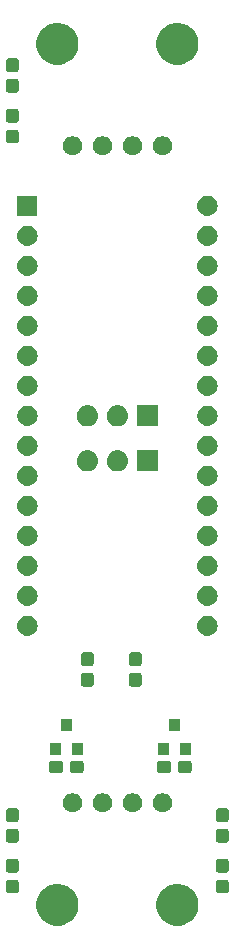
<source format=gbr>
G04 #@! TF.GenerationSoftware,KiCad,Pcbnew,(5.0.2)-1*
G04 #@! TF.CreationDate,2019-04-19T10:08:56-05:00*
G04 #@! TF.ProjectId,ArduinoNanoInterface_Hardware,41726475-696e-46f4-9e61-6e6f496e7465,rev?*
G04 #@! TF.SameCoordinates,Original*
G04 #@! TF.FileFunction,Soldermask,Top*
G04 #@! TF.FilePolarity,Negative*
%FSLAX46Y46*%
G04 Gerber Fmt 4.6, Leading zero omitted, Abs format (unit mm)*
G04 Created by KiCad (PCBNEW (5.0.2)-1) date 4/19/2019 10:08:56 AM*
%MOMM*%
%LPD*%
G01*
G04 APERTURE LIST*
%ADD10C,0.100000*%
G04 APERTURE END LIST*
D10*
G36*
X99578037Y-133674250D02*
X99578039Y-133674251D01*
X99578040Y-133674251D01*
X99901251Y-133808129D01*
X99901252Y-133808130D01*
X100192137Y-134002493D01*
X100439507Y-134249863D01*
X100439509Y-134249866D01*
X100633871Y-134540749D01*
X100767749Y-134863960D01*
X100836000Y-135207079D01*
X100836000Y-135556921D01*
X100767749Y-135900040D01*
X100633871Y-136223251D01*
X100633870Y-136223252D01*
X100439507Y-136514137D01*
X100192137Y-136761507D01*
X100192134Y-136761509D01*
X99901251Y-136955871D01*
X99578040Y-137089749D01*
X99578039Y-137089749D01*
X99578037Y-137089750D01*
X99234922Y-137158000D01*
X98885078Y-137158000D01*
X98541963Y-137089750D01*
X98541961Y-137089749D01*
X98541960Y-137089749D01*
X98218749Y-136955871D01*
X97927866Y-136761509D01*
X97927863Y-136761507D01*
X97680493Y-136514137D01*
X97486130Y-136223252D01*
X97486129Y-136223251D01*
X97352251Y-135900040D01*
X97284000Y-135556921D01*
X97284000Y-135207079D01*
X97352251Y-134863960D01*
X97486129Y-134540749D01*
X97680491Y-134249866D01*
X97680493Y-134249863D01*
X97927863Y-134002493D01*
X98218748Y-133808130D01*
X98218749Y-133808129D01*
X98541960Y-133674251D01*
X98541961Y-133674251D01*
X98541963Y-133674250D01*
X98885078Y-133606000D01*
X99234922Y-133606000D01*
X99578037Y-133674250D01*
X99578037Y-133674250D01*
G37*
G36*
X89418037Y-133674250D02*
X89418039Y-133674251D01*
X89418040Y-133674251D01*
X89741251Y-133808129D01*
X89741252Y-133808130D01*
X90032137Y-134002493D01*
X90279507Y-134249863D01*
X90279509Y-134249866D01*
X90473871Y-134540749D01*
X90607749Y-134863960D01*
X90676000Y-135207079D01*
X90676000Y-135556921D01*
X90607749Y-135900040D01*
X90473871Y-136223251D01*
X90473870Y-136223252D01*
X90279507Y-136514137D01*
X90032137Y-136761507D01*
X90032134Y-136761509D01*
X89741251Y-136955871D01*
X89418040Y-137089749D01*
X89418039Y-137089749D01*
X89418037Y-137089750D01*
X89074922Y-137158000D01*
X88725078Y-137158000D01*
X88381963Y-137089750D01*
X88381961Y-137089749D01*
X88381960Y-137089749D01*
X88058749Y-136955871D01*
X87767866Y-136761509D01*
X87767863Y-136761507D01*
X87520493Y-136514137D01*
X87326130Y-136223252D01*
X87326129Y-136223251D01*
X87192251Y-135900040D01*
X87124000Y-135556921D01*
X87124000Y-135207079D01*
X87192251Y-134863960D01*
X87326129Y-134540749D01*
X87520491Y-134249866D01*
X87520493Y-134249863D01*
X87767863Y-134002493D01*
X88058748Y-133808130D01*
X88058749Y-133808129D01*
X88381960Y-133674251D01*
X88381961Y-133674251D01*
X88381963Y-133674250D01*
X88725078Y-133606000D01*
X89074922Y-133606000D01*
X89418037Y-133674250D01*
X89418037Y-133674250D01*
G37*
G36*
X85454499Y-133258445D02*
X85491993Y-133269819D01*
X85526557Y-133288294D01*
X85556847Y-133313153D01*
X85581706Y-133343443D01*
X85600181Y-133378007D01*
X85611555Y-133415501D01*
X85616000Y-133460638D01*
X85616000Y-134199362D01*
X85611555Y-134244499D01*
X85600181Y-134281993D01*
X85581706Y-134316557D01*
X85556847Y-134346847D01*
X85526557Y-134371706D01*
X85491993Y-134390181D01*
X85454499Y-134401555D01*
X85409362Y-134406000D01*
X84770638Y-134406000D01*
X84725501Y-134401555D01*
X84688007Y-134390181D01*
X84653443Y-134371706D01*
X84623153Y-134346847D01*
X84598294Y-134316557D01*
X84579819Y-134281993D01*
X84568445Y-134244499D01*
X84564000Y-134199362D01*
X84564000Y-133460638D01*
X84568445Y-133415501D01*
X84579819Y-133378007D01*
X84598294Y-133343443D01*
X84623153Y-133313153D01*
X84653443Y-133288294D01*
X84688007Y-133269819D01*
X84725501Y-133258445D01*
X84770638Y-133254000D01*
X85409362Y-133254000D01*
X85454499Y-133258445D01*
X85454499Y-133258445D01*
G37*
G36*
X103234499Y-133258445D02*
X103271993Y-133269819D01*
X103306557Y-133288294D01*
X103336847Y-133313153D01*
X103361706Y-133343443D01*
X103380181Y-133378007D01*
X103391555Y-133415501D01*
X103396000Y-133460638D01*
X103396000Y-134199362D01*
X103391555Y-134244499D01*
X103380181Y-134281993D01*
X103361706Y-134316557D01*
X103336847Y-134346847D01*
X103306557Y-134371706D01*
X103271993Y-134390181D01*
X103234499Y-134401555D01*
X103189362Y-134406000D01*
X102550638Y-134406000D01*
X102505501Y-134401555D01*
X102468007Y-134390181D01*
X102433443Y-134371706D01*
X102403153Y-134346847D01*
X102378294Y-134316557D01*
X102359819Y-134281993D01*
X102348445Y-134244499D01*
X102344000Y-134199362D01*
X102344000Y-133460638D01*
X102348445Y-133415501D01*
X102359819Y-133378007D01*
X102378294Y-133343443D01*
X102403153Y-133313153D01*
X102433443Y-133288294D01*
X102468007Y-133269819D01*
X102505501Y-133258445D01*
X102550638Y-133254000D01*
X103189362Y-133254000D01*
X103234499Y-133258445D01*
X103234499Y-133258445D01*
G37*
G36*
X103234499Y-131508445D02*
X103271993Y-131519819D01*
X103306557Y-131538294D01*
X103336847Y-131563153D01*
X103361706Y-131593443D01*
X103380181Y-131628007D01*
X103391555Y-131665501D01*
X103396000Y-131710638D01*
X103396000Y-132449362D01*
X103391555Y-132494499D01*
X103380181Y-132531993D01*
X103361706Y-132566557D01*
X103336847Y-132596847D01*
X103306557Y-132621706D01*
X103271993Y-132640181D01*
X103234499Y-132651555D01*
X103189362Y-132656000D01*
X102550638Y-132656000D01*
X102505501Y-132651555D01*
X102468007Y-132640181D01*
X102433443Y-132621706D01*
X102403153Y-132596847D01*
X102378294Y-132566557D01*
X102359819Y-132531993D01*
X102348445Y-132494499D01*
X102344000Y-132449362D01*
X102344000Y-131710638D01*
X102348445Y-131665501D01*
X102359819Y-131628007D01*
X102378294Y-131593443D01*
X102403153Y-131563153D01*
X102433443Y-131538294D01*
X102468007Y-131519819D01*
X102505501Y-131508445D01*
X102550638Y-131504000D01*
X103189362Y-131504000D01*
X103234499Y-131508445D01*
X103234499Y-131508445D01*
G37*
G36*
X85454499Y-131508445D02*
X85491993Y-131519819D01*
X85526557Y-131538294D01*
X85556847Y-131563153D01*
X85581706Y-131593443D01*
X85600181Y-131628007D01*
X85611555Y-131665501D01*
X85616000Y-131710638D01*
X85616000Y-132449362D01*
X85611555Y-132494499D01*
X85600181Y-132531993D01*
X85581706Y-132566557D01*
X85556847Y-132596847D01*
X85526557Y-132621706D01*
X85491993Y-132640181D01*
X85454499Y-132651555D01*
X85409362Y-132656000D01*
X84770638Y-132656000D01*
X84725501Y-132651555D01*
X84688007Y-132640181D01*
X84653443Y-132621706D01*
X84623153Y-132596847D01*
X84598294Y-132566557D01*
X84579819Y-132531993D01*
X84568445Y-132494499D01*
X84564000Y-132449362D01*
X84564000Y-131710638D01*
X84568445Y-131665501D01*
X84579819Y-131628007D01*
X84598294Y-131593443D01*
X84623153Y-131563153D01*
X84653443Y-131538294D01*
X84688007Y-131519819D01*
X84725501Y-131508445D01*
X84770638Y-131504000D01*
X85409362Y-131504000D01*
X85454499Y-131508445D01*
X85454499Y-131508445D01*
G37*
G36*
X85454499Y-128968445D02*
X85491993Y-128979819D01*
X85526557Y-128998294D01*
X85556847Y-129023153D01*
X85581706Y-129053443D01*
X85600181Y-129088007D01*
X85611555Y-129125501D01*
X85616000Y-129170638D01*
X85616000Y-129909362D01*
X85611555Y-129954499D01*
X85600181Y-129991993D01*
X85581706Y-130026557D01*
X85556847Y-130056847D01*
X85526557Y-130081706D01*
X85491993Y-130100181D01*
X85454499Y-130111555D01*
X85409362Y-130116000D01*
X84770638Y-130116000D01*
X84725501Y-130111555D01*
X84688007Y-130100181D01*
X84653443Y-130081706D01*
X84623153Y-130056847D01*
X84598294Y-130026557D01*
X84579819Y-129991993D01*
X84568445Y-129954499D01*
X84564000Y-129909362D01*
X84564000Y-129170638D01*
X84568445Y-129125501D01*
X84579819Y-129088007D01*
X84598294Y-129053443D01*
X84623153Y-129023153D01*
X84653443Y-128998294D01*
X84688007Y-128979819D01*
X84725501Y-128968445D01*
X84770638Y-128964000D01*
X85409362Y-128964000D01*
X85454499Y-128968445D01*
X85454499Y-128968445D01*
G37*
G36*
X103234499Y-128968445D02*
X103271993Y-128979819D01*
X103306557Y-128998294D01*
X103336847Y-129023153D01*
X103361706Y-129053443D01*
X103380181Y-129088007D01*
X103391555Y-129125501D01*
X103396000Y-129170638D01*
X103396000Y-129909362D01*
X103391555Y-129954499D01*
X103380181Y-129991993D01*
X103361706Y-130026557D01*
X103336847Y-130056847D01*
X103306557Y-130081706D01*
X103271993Y-130100181D01*
X103234499Y-130111555D01*
X103189362Y-130116000D01*
X102550638Y-130116000D01*
X102505501Y-130111555D01*
X102468007Y-130100181D01*
X102433443Y-130081706D01*
X102403153Y-130056847D01*
X102378294Y-130026557D01*
X102359819Y-129991993D01*
X102348445Y-129954499D01*
X102344000Y-129909362D01*
X102344000Y-129170638D01*
X102348445Y-129125501D01*
X102359819Y-129088007D01*
X102378294Y-129053443D01*
X102403153Y-129023153D01*
X102433443Y-128998294D01*
X102468007Y-128979819D01*
X102505501Y-128968445D01*
X102550638Y-128964000D01*
X103189362Y-128964000D01*
X103234499Y-128968445D01*
X103234499Y-128968445D01*
G37*
G36*
X103234499Y-127218445D02*
X103271993Y-127229819D01*
X103306557Y-127248294D01*
X103336847Y-127273153D01*
X103361706Y-127303443D01*
X103380181Y-127338007D01*
X103391555Y-127375501D01*
X103396000Y-127420638D01*
X103396000Y-128159362D01*
X103391555Y-128204499D01*
X103380181Y-128241993D01*
X103361706Y-128276557D01*
X103336847Y-128306847D01*
X103306557Y-128331706D01*
X103271993Y-128350181D01*
X103234499Y-128361555D01*
X103189362Y-128366000D01*
X102550638Y-128366000D01*
X102505501Y-128361555D01*
X102468007Y-128350181D01*
X102433443Y-128331706D01*
X102403153Y-128306847D01*
X102378294Y-128276557D01*
X102359819Y-128241993D01*
X102348445Y-128204499D01*
X102344000Y-128159362D01*
X102344000Y-127420638D01*
X102348445Y-127375501D01*
X102359819Y-127338007D01*
X102378294Y-127303443D01*
X102403153Y-127273153D01*
X102433443Y-127248294D01*
X102468007Y-127229819D01*
X102505501Y-127218445D01*
X102550638Y-127214000D01*
X103189362Y-127214000D01*
X103234499Y-127218445D01*
X103234499Y-127218445D01*
G37*
G36*
X85454499Y-127218445D02*
X85491993Y-127229819D01*
X85526557Y-127248294D01*
X85556847Y-127273153D01*
X85581706Y-127303443D01*
X85600181Y-127338007D01*
X85611555Y-127375501D01*
X85616000Y-127420638D01*
X85616000Y-128159362D01*
X85611555Y-128204499D01*
X85600181Y-128241993D01*
X85581706Y-128276557D01*
X85556847Y-128306847D01*
X85526557Y-128331706D01*
X85491993Y-128350181D01*
X85454499Y-128361555D01*
X85409362Y-128366000D01*
X84770638Y-128366000D01*
X84725501Y-128361555D01*
X84688007Y-128350181D01*
X84653443Y-128331706D01*
X84623153Y-128306847D01*
X84598294Y-128276557D01*
X84579819Y-128241993D01*
X84568445Y-128204499D01*
X84564000Y-128159362D01*
X84564000Y-127420638D01*
X84568445Y-127375501D01*
X84579819Y-127338007D01*
X84598294Y-127303443D01*
X84623153Y-127273153D01*
X84653443Y-127248294D01*
X84688007Y-127229819D01*
X84725501Y-127218445D01*
X84770638Y-127214000D01*
X85409362Y-127214000D01*
X85454499Y-127218445D01*
X85454499Y-127218445D01*
G37*
G36*
X98027142Y-125964242D02*
X98175102Y-126025530D01*
X98308258Y-126114502D01*
X98421498Y-126227742D01*
X98510470Y-126360898D01*
X98571758Y-126508858D01*
X98603000Y-126665925D01*
X98603000Y-126826075D01*
X98571758Y-126983142D01*
X98524354Y-127097583D01*
X98510471Y-127131100D01*
X98441703Y-127234020D01*
X98421498Y-127264258D01*
X98308258Y-127377498D01*
X98175102Y-127466470D01*
X98027142Y-127527758D01*
X97870075Y-127559000D01*
X97709925Y-127559000D01*
X97552858Y-127527758D01*
X97404898Y-127466470D01*
X97271742Y-127377498D01*
X97158502Y-127264258D01*
X97138298Y-127234020D01*
X97069529Y-127131100D01*
X97055646Y-127097583D01*
X97008242Y-126983142D01*
X96977000Y-126826075D01*
X96977000Y-126665925D01*
X97008242Y-126508858D01*
X97069530Y-126360898D01*
X97158502Y-126227742D01*
X97271742Y-126114502D01*
X97404898Y-126025530D01*
X97552858Y-125964242D01*
X97709925Y-125933000D01*
X97870075Y-125933000D01*
X98027142Y-125964242D01*
X98027142Y-125964242D01*
G37*
G36*
X95487142Y-125964242D02*
X95635102Y-126025530D01*
X95768258Y-126114502D01*
X95881498Y-126227742D01*
X95970470Y-126360898D01*
X96031758Y-126508858D01*
X96063000Y-126665925D01*
X96063000Y-126826075D01*
X96031758Y-126983142D01*
X95984354Y-127097583D01*
X95970471Y-127131100D01*
X95901703Y-127234020D01*
X95881498Y-127264258D01*
X95768258Y-127377498D01*
X95635102Y-127466470D01*
X95487142Y-127527758D01*
X95330075Y-127559000D01*
X95169925Y-127559000D01*
X95012858Y-127527758D01*
X94864898Y-127466470D01*
X94731742Y-127377498D01*
X94618502Y-127264258D01*
X94598298Y-127234020D01*
X94529529Y-127131100D01*
X94515646Y-127097583D01*
X94468242Y-126983142D01*
X94437000Y-126826075D01*
X94437000Y-126665925D01*
X94468242Y-126508858D01*
X94529530Y-126360898D01*
X94618502Y-126227742D01*
X94731742Y-126114502D01*
X94864898Y-126025530D01*
X95012858Y-125964242D01*
X95169925Y-125933000D01*
X95330075Y-125933000D01*
X95487142Y-125964242D01*
X95487142Y-125964242D01*
G37*
G36*
X92947142Y-125964242D02*
X93095102Y-126025530D01*
X93228258Y-126114502D01*
X93341498Y-126227742D01*
X93430470Y-126360898D01*
X93491758Y-126508858D01*
X93523000Y-126665925D01*
X93523000Y-126826075D01*
X93491758Y-126983142D01*
X93444354Y-127097583D01*
X93430471Y-127131100D01*
X93361703Y-127234020D01*
X93341498Y-127264258D01*
X93228258Y-127377498D01*
X93095102Y-127466470D01*
X92947142Y-127527758D01*
X92790075Y-127559000D01*
X92629925Y-127559000D01*
X92472858Y-127527758D01*
X92324898Y-127466470D01*
X92191742Y-127377498D01*
X92078502Y-127264258D01*
X92058298Y-127234020D01*
X91989529Y-127131100D01*
X91975646Y-127097583D01*
X91928242Y-126983142D01*
X91897000Y-126826075D01*
X91897000Y-126665925D01*
X91928242Y-126508858D01*
X91989530Y-126360898D01*
X92078502Y-126227742D01*
X92191742Y-126114502D01*
X92324898Y-126025530D01*
X92472858Y-125964242D01*
X92629925Y-125933000D01*
X92790075Y-125933000D01*
X92947142Y-125964242D01*
X92947142Y-125964242D01*
G37*
G36*
X90407142Y-125964242D02*
X90555102Y-126025530D01*
X90688258Y-126114502D01*
X90801498Y-126227742D01*
X90890470Y-126360898D01*
X90951758Y-126508858D01*
X90983000Y-126665925D01*
X90983000Y-126826075D01*
X90951758Y-126983142D01*
X90904354Y-127097583D01*
X90890471Y-127131100D01*
X90821703Y-127234020D01*
X90801498Y-127264258D01*
X90688258Y-127377498D01*
X90555102Y-127466470D01*
X90407142Y-127527758D01*
X90250075Y-127559000D01*
X90089925Y-127559000D01*
X89932858Y-127527758D01*
X89784898Y-127466470D01*
X89651742Y-127377498D01*
X89538502Y-127264258D01*
X89518298Y-127234020D01*
X89449529Y-127131100D01*
X89435646Y-127097583D01*
X89388242Y-126983142D01*
X89357000Y-126826075D01*
X89357000Y-126665925D01*
X89388242Y-126508858D01*
X89449530Y-126360898D01*
X89538502Y-126227742D01*
X89651742Y-126114502D01*
X89784898Y-126025530D01*
X89932858Y-125964242D01*
X90089925Y-125933000D01*
X90250075Y-125933000D01*
X90407142Y-125964242D01*
X90407142Y-125964242D01*
G37*
G36*
X90951499Y-123176445D02*
X90988993Y-123187819D01*
X91023557Y-123206294D01*
X91053847Y-123231153D01*
X91078706Y-123261443D01*
X91097181Y-123296007D01*
X91108555Y-123333501D01*
X91113000Y-123378638D01*
X91113000Y-124017362D01*
X91108555Y-124062499D01*
X91097181Y-124099993D01*
X91078706Y-124134557D01*
X91053847Y-124164847D01*
X91023557Y-124189706D01*
X90988993Y-124208181D01*
X90951499Y-124219555D01*
X90906362Y-124224000D01*
X90167638Y-124224000D01*
X90122501Y-124219555D01*
X90085007Y-124208181D01*
X90050443Y-124189706D01*
X90020153Y-124164847D01*
X89995294Y-124134557D01*
X89976819Y-124099993D01*
X89965445Y-124062499D01*
X89961000Y-124017362D01*
X89961000Y-123378638D01*
X89965445Y-123333501D01*
X89976819Y-123296007D01*
X89995294Y-123261443D01*
X90020153Y-123231153D01*
X90050443Y-123206294D01*
X90085007Y-123187819D01*
X90122501Y-123176445D01*
X90167638Y-123172000D01*
X90906362Y-123172000D01*
X90951499Y-123176445D01*
X90951499Y-123176445D01*
G37*
G36*
X89201499Y-123176445D02*
X89238993Y-123187819D01*
X89273557Y-123206294D01*
X89303847Y-123231153D01*
X89328706Y-123261443D01*
X89347181Y-123296007D01*
X89358555Y-123333501D01*
X89363000Y-123378638D01*
X89363000Y-124017362D01*
X89358555Y-124062499D01*
X89347181Y-124099993D01*
X89328706Y-124134557D01*
X89303847Y-124164847D01*
X89273557Y-124189706D01*
X89238993Y-124208181D01*
X89201499Y-124219555D01*
X89156362Y-124224000D01*
X88417638Y-124224000D01*
X88372501Y-124219555D01*
X88335007Y-124208181D01*
X88300443Y-124189706D01*
X88270153Y-124164847D01*
X88245294Y-124134557D01*
X88226819Y-124099993D01*
X88215445Y-124062499D01*
X88211000Y-124017362D01*
X88211000Y-123378638D01*
X88215445Y-123333501D01*
X88226819Y-123296007D01*
X88245294Y-123261443D01*
X88270153Y-123231153D01*
X88300443Y-123206294D01*
X88335007Y-123187819D01*
X88372501Y-123176445D01*
X88417638Y-123172000D01*
X89156362Y-123172000D01*
X89201499Y-123176445D01*
X89201499Y-123176445D01*
G37*
G36*
X98345499Y-123176445D02*
X98382993Y-123187819D01*
X98417557Y-123206294D01*
X98447847Y-123231153D01*
X98472706Y-123261443D01*
X98491181Y-123296007D01*
X98502555Y-123333501D01*
X98507000Y-123378638D01*
X98507000Y-124017362D01*
X98502555Y-124062499D01*
X98491181Y-124099993D01*
X98472706Y-124134557D01*
X98447847Y-124164847D01*
X98417557Y-124189706D01*
X98382993Y-124208181D01*
X98345499Y-124219555D01*
X98300362Y-124224000D01*
X97561638Y-124224000D01*
X97516501Y-124219555D01*
X97479007Y-124208181D01*
X97444443Y-124189706D01*
X97414153Y-124164847D01*
X97389294Y-124134557D01*
X97370819Y-124099993D01*
X97359445Y-124062499D01*
X97355000Y-124017362D01*
X97355000Y-123378638D01*
X97359445Y-123333501D01*
X97370819Y-123296007D01*
X97389294Y-123261443D01*
X97414153Y-123231153D01*
X97444443Y-123206294D01*
X97479007Y-123187819D01*
X97516501Y-123176445D01*
X97561638Y-123172000D01*
X98300362Y-123172000D01*
X98345499Y-123176445D01*
X98345499Y-123176445D01*
G37*
G36*
X100095499Y-123176445D02*
X100132993Y-123187819D01*
X100167557Y-123206294D01*
X100197847Y-123231153D01*
X100222706Y-123261443D01*
X100241181Y-123296007D01*
X100252555Y-123333501D01*
X100257000Y-123378638D01*
X100257000Y-124017362D01*
X100252555Y-124062499D01*
X100241181Y-124099993D01*
X100222706Y-124134557D01*
X100197847Y-124164847D01*
X100167557Y-124189706D01*
X100132993Y-124208181D01*
X100095499Y-124219555D01*
X100050362Y-124224000D01*
X99311638Y-124224000D01*
X99266501Y-124219555D01*
X99229007Y-124208181D01*
X99194443Y-124189706D01*
X99164153Y-124164847D01*
X99139294Y-124134557D01*
X99120819Y-124099993D01*
X99109445Y-124062499D01*
X99105000Y-124017362D01*
X99105000Y-123378638D01*
X99109445Y-123333501D01*
X99120819Y-123296007D01*
X99139294Y-123261443D01*
X99164153Y-123231153D01*
X99194443Y-123206294D01*
X99229007Y-123187819D01*
X99266501Y-123176445D01*
X99311638Y-123172000D01*
X100050362Y-123172000D01*
X100095499Y-123176445D01*
X100095499Y-123176445D01*
G37*
G36*
X89163000Y-122659000D02*
X88261000Y-122659000D01*
X88261000Y-121657000D01*
X89163000Y-121657000D01*
X89163000Y-122659000D01*
X89163000Y-122659000D01*
G37*
G36*
X91063000Y-122659000D02*
X90161000Y-122659000D01*
X90161000Y-121657000D01*
X91063000Y-121657000D01*
X91063000Y-122659000D01*
X91063000Y-122659000D01*
G37*
G36*
X100207000Y-122659000D02*
X99305000Y-122659000D01*
X99305000Y-121657000D01*
X100207000Y-121657000D01*
X100207000Y-122659000D01*
X100207000Y-122659000D01*
G37*
G36*
X98307000Y-122659000D02*
X97405000Y-122659000D01*
X97405000Y-121657000D01*
X98307000Y-121657000D01*
X98307000Y-122659000D01*
X98307000Y-122659000D01*
G37*
G36*
X90113000Y-120659000D02*
X89211000Y-120659000D01*
X89211000Y-119657000D01*
X90113000Y-119657000D01*
X90113000Y-120659000D01*
X90113000Y-120659000D01*
G37*
G36*
X99257000Y-120659000D02*
X98355000Y-120659000D01*
X98355000Y-119657000D01*
X99257000Y-119657000D01*
X99257000Y-120659000D01*
X99257000Y-120659000D01*
G37*
G36*
X91804499Y-115760445D02*
X91841993Y-115771819D01*
X91876557Y-115790294D01*
X91906847Y-115815153D01*
X91931706Y-115845443D01*
X91950181Y-115880007D01*
X91961555Y-115917501D01*
X91966000Y-115962638D01*
X91966000Y-116701362D01*
X91961555Y-116746499D01*
X91950181Y-116783993D01*
X91931706Y-116818557D01*
X91906847Y-116848847D01*
X91876557Y-116873706D01*
X91841993Y-116892181D01*
X91804499Y-116903555D01*
X91759362Y-116908000D01*
X91120638Y-116908000D01*
X91075501Y-116903555D01*
X91038007Y-116892181D01*
X91003443Y-116873706D01*
X90973153Y-116848847D01*
X90948294Y-116818557D01*
X90929819Y-116783993D01*
X90918445Y-116746499D01*
X90914000Y-116701362D01*
X90914000Y-115962638D01*
X90918445Y-115917501D01*
X90929819Y-115880007D01*
X90948294Y-115845443D01*
X90973153Y-115815153D01*
X91003443Y-115790294D01*
X91038007Y-115771819D01*
X91075501Y-115760445D01*
X91120638Y-115756000D01*
X91759362Y-115756000D01*
X91804499Y-115760445D01*
X91804499Y-115760445D01*
G37*
G36*
X95868499Y-115760445D02*
X95905993Y-115771819D01*
X95940557Y-115790294D01*
X95970847Y-115815153D01*
X95995706Y-115845443D01*
X96014181Y-115880007D01*
X96025555Y-115917501D01*
X96030000Y-115962638D01*
X96030000Y-116701362D01*
X96025555Y-116746499D01*
X96014181Y-116783993D01*
X95995706Y-116818557D01*
X95970847Y-116848847D01*
X95940557Y-116873706D01*
X95905993Y-116892181D01*
X95868499Y-116903555D01*
X95823362Y-116908000D01*
X95184638Y-116908000D01*
X95139501Y-116903555D01*
X95102007Y-116892181D01*
X95067443Y-116873706D01*
X95037153Y-116848847D01*
X95012294Y-116818557D01*
X94993819Y-116783993D01*
X94982445Y-116746499D01*
X94978000Y-116701362D01*
X94978000Y-115962638D01*
X94982445Y-115917501D01*
X94993819Y-115880007D01*
X95012294Y-115845443D01*
X95037153Y-115815153D01*
X95067443Y-115790294D01*
X95102007Y-115771819D01*
X95139501Y-115760445D01*
X95184638Y-115756000D01*
X95823362Y-115756000D01*
X95868499Y-115760445D01*
X95868499Y-115760445D01*
G37*
G36*
X95868499Y-114010445D02*
X95905993Y-114021819D01*
X95940557Y-114040294D01*
X95970847Y-114065153D01*
X95995706Y-114095443D01*
X96014181Y-114130007D01*
X96025555Y-114167501D01*
X96030000Y-114212638D01*
X96030000Y-114951362D01*
X96025555Y-114996499D01*
X96014181Y-115033993D01*
X95995706Y-115068557D01*
X95970847Y-115098847D01*
X95940557Y-115123706D01*
X95905993Y-115142181D01*
X95868499Y-115153555D01*
X95823362Y-115158000D01*
X95184638Y-115158000D01*
X95139501Y-115153555D01*
X95102007Y-115142181D01*
X95067443Y-115123706D01*
X95037153Y-115098847D01*
X95012294Y-115068557D01*
X94993819Y-115033993D01*
X94982445Y-114996499D01*
X94978000Y-114951362D01*
X94978000Y-114212638D01*
X94982445Y-114167501D01*
X94993819Y-114130007D01*
X95012294Y-114095443D01*
X95037153Y-114065153D01*
X95067443Y-114040294D01*
X95102007Y-114021819D01*
X95139501Y-114010445D01*
X95184638Y-114006000D01*
X95823362Y-114006000D01*
X95868499Y-114010445D01*
X95868499Y-114010445D01*
G37*
G36*
X91804499Y-114010445D02*
X91841993Y-114021819D01*
X91876557Y-114040294D01*
X91906847Y-114065153D01*
X91931706Y-114095443D01*
X91950181Y-114130007D01*
X91961555Y-114167501D01*
X91966000Y-114212638D01*
X91966000Y-114951362D01*
X91961555Y-114996499D01*
X91950181Y-115033993D01*
X91931706Y-115068557D01*
X91906847Y-115098847D01*
X91876557Y-115123706D01*
X91841993Y-115142181D01*
X91804499Y-115153555D01*
X91759362Y-115158000D01*
X91120638Y-115158000D01*
X91075501Y-115153555D01*
X91038007Y-115142181D01*
X91003443Y-115123706D01*
X90973153Y-115098847D01*
X90948294Y-115068557D01*
X90929819Y-115033993D01*
X90918445Y-114996499D01*
X90914000Y-114951362D01*
X90914000Y-114212638D01*
X90918445Y-114167501D01*
X90929819Y-114130007D01*
X90948294Y-114095443D01*
X90973153Y-114065153D01*
X91003443Y-114040294D01*
X91038007Y-114021819D01*
X91075501Y-114010445D01*
X91120638Y-114006000D01*
X91759362Y-114006000D01*
X91804499Y-114010445D01*
X91804499Y-114010445D01*
G37*
G36*
X101766821Y-110921313D02*
X101766824Y-110921314D01*
X101766825Y-110921314D01*
X101927239Y-110969975D01*
X101927241Y-110969976D01*
X101927244Y-110969977D01*
X102075078Y-111048995D01*
X102204659Y-111155341D01*
X102311005Y-111284922D01*
X102390023Y-111432756D01*
X102438687Y-111593179D01*
X102455117Y-111760000D01*
X102438687Y-111926821D01*
X102390023Y-112087244D01*
X102311005Y-112235078D01*
X102204659Y-112364659D01*
X102075078Y-112471005D01*
X101927244Y-112550023D01*
X101927241Y-112550024D01*
X101927239Y-112550025D01*
X101766825Y-112598686D01*
X101766824Y-112598686D01*
X101766821Y-112598687D01*
X101641804Y-112611000D01*
X101558196Y-112611000D01*
X101433179Y-112598687D01*
X101433176Y-112598686D01*
X101433175Y-112598686D01*
X101272761Y-112550025D01*
X101272759Y-112550024D01*
X101272756Y-112550023D01*
X101124922Y-112471005D01*
X100995341Y-112364659D01*
X100888995Y-112235078D01*
X100809977Y-112087244D01*
X100761313Y-111926821D01*
X100744883Y-111760000D01*
X100761313Y-111593179D01*
X100809977Y-111432756D01*
X100888995Y-111284922D01*
X100995341Y-111155341D01*
X101124922Y-111048995D01*
X101272756Y-110969977D01*
X101272759Y-110969976D01*
X101272761Y-110969975D01*
X101433175Y-110921314D01*
X101433176Y-110921314D01*
X101433179Y-110921313D01*
X101558196Y-110909000D01*
X101641804Y-110909000D01*
X101766821Y-110921313D01*
X101766821Y-110921313D01*
G37*
G36*
X86526821Y-110921313D02*
X86526824Y-110921314D01*
X86526825Y-110921314D01*
X86687239Y-110969975D01*
X86687241Y-110969976D01*
X86687244Y-110969977D01*
X86835078Y-111048995D01*
X86964659Y-111155341D01*
X87071005Y-111284922D01*
X87150023Y-111432756D01*
X87198687Y-111593179D01*
X87215117Y-111760000D01*
X87198687Y-111926821D01*
X87150023Y-112087244D01*
X87071005Y-112235078D01*
X86964659Y-112364659D01*
X86835078Y-112471005D01*
X86687244Y-112550023D01*
X86687241Y-112550024D01*
X86687239Y-112550025D01*
X86526825Y-112598686D01*
X86526824Y-112598686D01*
X86526821Y-112598687D01*
X86401804Y-112611000D01*
X86318196Y-112611000D01*
X86193179Y-112598687D01*
X86193176Y-112598686D01*
X86193175Y-112598686D01*
X86032761Y-112550025D01*
X86032759Y-112550024D01*
X86032756Y-112550023D01*
X85884922Y-112471005D01*
X85755341Y-112364659D01*
X85648995Y-112235078D01*
X85569977Y-112087244D01*
X85521313Y-111926821D01*
X85504883Y-111760000D01*
X85521313Y-111593179D01*
X85569977Y-111432756D01*
X85648995Y-111284922D01*
X85755341Y-111155341D01*
X85884922Y-111048995D01*
X86032756Y-110969977D01*
X86032759Y-110969976D01*
X86032761Y-110969975D01*
X86193175Y-110921314D01*
X86193176Y-110921314D01*
X86193179Y-110921313D01*
X86318196Y-110909000D01*
X86401804Y-110909000D01*
X86526821Y-110921313D01*
X86526821Y-110921313D01*
G37*
G36*
X86526821Y-108381313D02*
X86526824Y-108381314D01*
X86526825Y-108381314D01*
X86687239Y-108429975D01*
X86687241Y-108429976D01*
X86687244Y-108429977D01*
X86835078Y-108508995D01*
X86964659Y-108615341D01*
X87071005Y-108744922D01*
X87150023Y-108892756D01*
X87198687Y-109053179D01*
X87215117Y-109220000D01*
X87198687Y-109386821D01*
X87150023Y-109547244D01*
X87071005Y-109695078D01*
X86964659Y-109824659D01*
X86835078Y-109931005D01*
X86687244Y-110010023D01*
X86687241Y-110010024D01*
X86687239Y-110010025D01*
X86526825Y-110058686D01*
X86526824Y-110058686D01*
X86526821Y-110058687D01*
X86401804Y-110071000D01*
X86318196Y-110071000D01*
X86193179Y-110058687D01*
X86193176Y-110058686D01*
X86193175Y-110058686D01*
X86032761Y-110010025D01*
X86032759Y-110010024D01*
X86032756Y-110010023D01*
X85884922Y-109931005D01*
X85755341Y-109824659D01*
X85648995Y-109695078D01*
X85569977Y-109547244D01*
X85521313Y-109386821D01*
X85504883Y-109220000D01*
X85521313Y-109053179D01*
X85569977Y-108892756D01*
X85648995Y-108744922D01*
X85755341Y-108615341D01*
X85884922Y-108508995D01*
X86032756Y-108429977D01*
X86032759Y-108429976D01*
X86032761Y-108429975D01*
X86193175Y-108381314D01*
X86193176Y-108381314D01*
X86193179Y-108381313D01*
X86318196Y-108369000D01*
X86401804Y-108369000D01*
X86526821Y-108381313D01*
X86526821Y-108381313D01*
G37*
G36*
X101766821Y-108381313D02*
X101766824Y-108381314D01*
X101766825Y-108381314D01*
X101927239Y-108429975D01*
X101927241Y-108429976D01*
X101927244Y-108429977D01*
X102075078Y-108508995D01*
X102204659Y-108615341D01*
X102311005Y-108744922D01*
X102390023Y-108892756D01*
X102438687Y-109053179D01*
X102455117Y-109220000D01*
X102438687Y-109386821D01*
X102390023Y-109547244D01*
X102311005Y-109695078D01*
X102204659Y-109824659D01*
X102075078Y-109931005D01*
X101927244Y-110010023D01*
X101927241Y-110010024D01*
X101927239Y-110010025D01*
X101766825Y-110058686D01*
X101766824Y-110058686D01*
X101766821Y-110058687D01*
X101641804Y-110071000D01*
X101558196Y-110071000D01*
X101433179Y-110058687D01*
X101433176Y-110058686D01*
X101433175Y-110058686D01*
X101272761Y-110010025D01*
X101272759Y-110010024D01*
X101272756Y-110010023D01*
X101124922Y-109931005D01*
X100995341Y-109824659D01*
X100888995Y-109695078D01*
X100809977Y-109547244D01*
X100761313Y-109386821D01*
X100744883Y-109220000D01*
X100761313Y-109053179D01*
X100809977Y-108892756D01*
X100888995Y-108744922D01*
X100995341Y-108615341D01*
X101124922Y-108508995D01*
X101272756Y-108429977D01*
X101272759Y-108429976D01*
X101272761Y-108429975D01*
X101433175Y-108381314D01*
X101433176Y-108381314D01*
X101433179Y-108381313D01*
X101558196Y-108369000D01*
X101641804Y-108369000D01*
X101766821Y-108381313D01*
X101766821Y-108381313D01*
G37*
G36*
X86526821Y-105841313D02*
X86526824Y-105841314D01*
X86526825Y-105841314D01*
X86687239Y-105889975D01*
X86687241Y-105889976D01*
X86687244Y-105889977D01*
X86835078Y-105968995D01*
X86964659Y-106075341D01*
X87071005Y-106204922D01*
X87150023Y-106352756D01*
X87198687Y-106513179D01*
X87215117Y-106680000D01*
X87198687Y-106846821D01*
X87150023Y-107007244D01*
X87071005Y-107155078D01*
X86964659Y-107284659D01*
X86835078Y-107391005D01*
X86687244Y-107470023D01*
X86687241Y-107470024D01*
X86687239Y-107470025D01*
X86526825Y-107518686D01*
X86526824Y-107518686D01*
X86526821Y-107518687D01*
X86401804Y-107531000D01*
X86318196Y-107531000D01*
X86193179Y-107518687D01*
X86193176Y-107518686D01*
X86193175Y-107518686D01*
X86032761Y-107470025D01*
X86032759Y-107470024D01*
X86032756Y-107470023D01*
X85884922Y-107391005D01*
X85755341Y-107284659D01*
X85648995Y-107155078D01*
X85569977Y-107007244D01*
X85521313Y-106846821D01*
X85504883Y-106680000D01*
X85521313Y-106513179D01*
X85569977Y-106352756D01*
X85648995Y-106204922D01*
X85755341Y-106075341D01*
X85884922Y-105968995D01*
X86032756Y-105889977D01*
X86032759Y-105889976D01*
X86032761Y-105889975D01*
X86193175Y-105841314D01*
X86193176Y-105841314D01*
X86193179Y-105841313D01*
X86318196Y-105829000D01*
X86401804Y-105829000D01*
X86526821Y-105841313D01*
X86526821Y-105841313D01*
G37*
G36*
X101766821Y-105841313D02*
X101766824Y-105841314D01*
X101766825Y-105841314D01*
X101927239Y-105889975D01*
X101927241Y-105889976D01*
X101927244Y-105889977D01*
X102075078Y-105968995D01*
X102204659Y-106075341D01*
X102311005Y-106204922D01*
X102390023Y-106352756D01*
X102438687Y-106513179D01*
X102455117Y-106680000D01*
X102438687Y-106846821D01*
X102390023Y-107007244D01*
X102311005Y-107155078D01*
X102204659Y-107284659D01*
X102075078Y-107391005D01*
X101927244Y-107470023D01*
X101927241Y-107470024D01*
X101927239Y-107470025D01*
X101766825Y-107518686D01*
X101766824Y-107518686D01*
X101766821Y-107518687D01*
X101641804Y-107531000D01*
X101558196Y-107531000D01*
X101433179Y-107518687D01*
X101433176Y-107518686D01*
X101433175Y-107518686D01*
X101272761Y-107470025D01*
X101272759Y-107470024D01*
X101272756Y-107470023D01*
X101124922Y-107391005D01*
X100995341Y-107284659D01*
X100888995Y-107155078D01*
X100809977Y-107007244D01*
X100761313Y-106846821D01*
X100744883Y-106680000D01*
X100761313Y-106513179D01*
X100809977Y-106352756D01*
X100888995Y-106204922D01*
X100995341Y-106075341D01*
X101124922Y-105968995D01*
X101272756Y-105889977D01*
X101272759Y-105889976D01*
X101272761Y-105889975D01*
X101433175Y-105841314D01*
X101433176Y-105841314D01*
X101433179Y-105841313D01*
X101558196Y-105829000D01*
X101641804Y-105829000D01*
X101766821Y-105841313D01*
X101766821Y-105841313D01*
G37*
G36*
X86526821Y-103301313D02*
X86526824Y-103301314D01*
X86526825Y-103301314D01*
X86687239Y-103349975D01*
X86687241Y-103349976D01*
X86687244Y-103349977D01*
X86835078Y-103428995D01*
X86964659Y-103535341D01*
X87071005Y-103664922D01*
X87150023Y-103812756D01*
X87198687Y-103973179D01*
X87215117Y-104140000D01*
X87198687Y-104306821D01*
X87150023Y-104467244D01*
X87071005Y-104615078D01*
X86964659Y-104744659D01*
X86835078Y-104851005D01*
X86687244Y-104930023D01*
X86687241Y-104930024D01*
X86687239Y-104930025D01*
X86526825Y-104978686D01*
X86526824Y-104978686D01*
X86526821Y-104978687D01*
X86401804Y-104991000D01*
X86318196Y-104991000D01*
X86193179Y-104978687D01*
X86193176Y-104978686D01*
X86193175Y-104978686D01*
X86032761Y-104930025D01*
X86032759Y-104930024D01*
X86032756Y-104930023D01*
X85884922Y-104851005D01*
X85755341Y-104744659D01*
X85648995Y-104615078D01*
X85569977Y-104467244D01*
X85521313Y-104306821D01*
X85504883Y-104140000D01*
X85521313Y-103973179D01*
X85569977Y-103812756D01*
X85648995Y-103664922D01*
X85755341Y-103535341D01*
X85884922Y-103428995D01*
X86032756Y-103349977D01*
X86032759Y-103349976D01*
X86032761Y-103349975D01*
X86193175Y-103301314D01*
X86193176Y-103301314D01*
X86193179Y-103301313D01*
X86318196Y-103289000D01*
X86401804Y-103289000D01*
X86526821Y-103301313D01*
X86526821Y-103301313D01*
G37*
G36*
X101766821Y-103301313D02*
X101766824Y-103301314D01*
X101766825Y-103301314D01*
X101927239Y-103349975D01*
X101927241Y-103349976D01*
X101927244Y-103349977D01*
X102075078Y-103428995D01*
X102204659Y-103535341D01*
X102311005Y-103664922D01*
X102390023Y-103812756D01*
X102438687Y-103973179D01*
X102455117Y-104140000D01*
X102438687Y-104306821D01*
X102390023Y-104467244D01*
X102311005Y-104615078D01*
X102204659Y-104744659D01*
X102075078Y-104851005D01*
X101927244Y-104930023D01*
X101927241Y-104930024D01*
X101927239Y-104930025D01*
X101766825Y-104978686D01*
X101766824Y-104978686D01*
X101766821Y-104978687D01*
X101641804Y-104991000D01*
X101558196Y-104991000D01*
X101433179Y-104978687D01*
X101433176Y-104978686D01*
X101433175Y-104978686D01*
X101272761Y-104930025D01*
X101272759Y-104930024D01*
X101272756Y-104930023D01*
X101124922Y-104851005D01*
X100995341Y-104744659D01*
X100888995Y-104615078D01*
X100809977Y-104467244D01*
X100761313Y-104306821D01*
X100744883Y-104140000D01*
X100761313Y-103973179D01*
X100809977Y-103812756D01*
X100888995Y-103664922D01*
X100995341Y-103535341D01*
X101124922Y-103428995D01*
X101272756Y-103349977D01*
X101272759Y-103349976D01*
X101272761Y-103349975D01*
X101433175Y-103301314D01*
X101433176Y-103301314D01*
X101433179Y-103301313D01*
X101558196Y-103289000D01*
X101641804Y-103289000D01*
X101766821Y-103301313D01*
X101766821Y-103301313D01*
G37*
G36*
X86526821Y-100761313D02*
X86526824Y-100761314D01*
X86526825Y-100761314D01*
X86687239Y-100809975D01*
X86687241Y-100809976D01*
X86687244Y-100809977D01*
X86835078Y-100888995D01*
X86964659Y-100995341D01*
X87071005Y-101124922D01*
X87150023Y-101272756D01*
X87198687Y-101433179D01*
X87215117Y-101600000D01*
X87198687Y-101766821D01*
X87150023Y-101927244D01*
X87071005Y-102075078D01*
X86964659Y-102204659D01*
X86835078Y-102311005D01*
X86687244Y-102390023D01*
X86687241Y-102390024D01*
X86687239Y-102390025D01*
X86526825Y-102438686D01*
X86526824Y-102438686D01*
X86526821Y-102438687D01*
X86401804Y-102451000D01*
X86318196Y-102451000D01*
X86193179Y-102438687D01*
X86193176Y-102438686D01*
X86193175Y-102438686D01*
X86032761Y-102390025D01*
X86032759Y-102390024D01*
X86032756Y-102390023D01*
X85884922Y-102311005D01*
X85755341Y-102204659D01*
X85648995Y-102075078D01*
X85569977Y-101927244D01*
X85521313Y-101766821D01*
X85504883Y-101600000D01*
X85521313Y-101433179D01*
X85569977Y-101272756D01*
X85648995Y-101124922D01*
X85755341Y-100995341D01*
X85884922Y-100888995D01*
X86032756Y-100809977D01*
X86032759Y-100809976D01*
X86032761Y-100809975D01*
X86193175Y-100761314D01*
X86193176Y-100761314D01*
X86193179Y-100761313D01*
X86318196Y-100749000D01*
X86401804Y-100749000D01*
X86526821Y-100761313D01*
X86526821Y-100761313D01*
G37*
G36*
X101766821Y-100761313D02*
X101766824Y-100761314D01*
X101766825Y-100761314D01*
X101927239Y-100809975D01*
X101927241Y-100809976D01*
X101927244Y-100809977D01*
X102075078Y-100888995D01*
X102204659Y-100995341D01*
X102311005Y-101124922D01*
X102390023Y-101272756D01*
X102438687Y-101433179D01*
X102455117Y-101600000D01*
X102438687Y-101766821D01*
X102390023Y-101927244D01*
X102311005Y-102075078D01*
X102204659Y-102204659D01*
X102075078Y-102311005D01*
X101927244Y-102390023D01*
X101927241Y-102390024D01*
X101927239Y-102390025D01*
X101766825Y-102438686D01*
X101766824Y-102438686D01*
X101766821Y-102438687D01*
X101641804Y-102451000D01*
X101558196Y-102451000D01*
X101433179Y-102438687D01*
X101433176Y-102438686D01*
X101433175Y-102438686D01*
X101272761Y-102390025D01*
X101272759Y-102390024D01*
X101272756Y-102390023D01*
X101124922Y-102311005D01*
X100995341Y-102204659D01*
X100888995Y-102075078D01*
X100809977Y-101927244D01*
X100761313Y-101766821D01*
X100744883Y-101600000D01*
X100761313Y-101433179D01*
X100809977Y-101272756D01*
X100888995Y-101124922D01*
X100995341Y-100995341D01*
X101124922Y-100888995D01*
X101272756Y-100809977D01*
X101272759Y-100809976D01*
X101272761Y-100809975D01*
X101433175Y-100761314D01*
X101433176Y-100761314D01*
X101433179Y-100761313D01*
X101558196Y-100749000D01*
X101641804Y-100749000D01*
X101766821Y-100761313D01*
X101766821Y-100761313D01*
G37*
G36*
X101766821Y-98221313D02*
X101766824Y-98221314D01*
X101766825Y-98221314D01*
X101927239Y-98269975D01*
X101927241Y-98269976D01*
X101927244Y-98269977D01*
X102075078Y-98348995D01*
X102204659Y-98455341D01*
X102311005Y-98584922D01*
X102390023Y-98732756D01*
X102438687Y-98893179D01*
X102455117Y-99060000D01*
X102438687Y-99226821D01*
X102390023Y-99387244D01*
X102311005Y-99535078D01*
X102204659Y-99664659D01*
X102075078Y-99771005D01*
X101927244Y-99850023D01*
X101927241Y-99850024D01*
X101927239Y-99850025D01*
X101766825Y-99898686D01*
X101766824Y-99898686D01*
X101766821Y-99898687D01*
X101641804Y-99911000D01*
X101558196Y-99911000D01*
X101433179Y-99898687D01*
X101433176Y-99898686D01*
X101433175Y-99898686D01*
X101272761Y-99850025D01*
X101272759Y-99850024D01*
X101272756Y-99850023D01*
X101124922Y-99771005D01*
X100995341Y-99664659D01*
X100888995Y-99535078D01*
X100809977Y-99387244D01*
X100761313Y-99226821D01*
X100744883Y-99060000D01*
X100761313Y-98893179D01*
X100809977Y-98732756D01*
X100888995Y-98584922D01*
X100995341Y-98455341D01*
X101124922Y-98348995D01*
X101272756Y-98269977D01*
X101272759Y-98269976D01*
X101272761Y-98269975D01*
X101433175Y-98221314D01*
X101433176Y-98221314D01*
X101433179Y-98221313D01*
X101558196Y-98209000D01*
X101641804Y-98209000D01*
X101766821Y-98221313D01*
X101766821Y-98221313D01*
G37*
G36*
X86526821Y-98221313D02*
X86526824Y-98221314D01*
X86526825Y-98221314D01*
X86687239Y-98269975D01*
X86687241Y-98269976D01*
X86687244Y-98269977D01*
X86835078Y-98348995D01*
X86964659Y-98455341D01*
X87071005Y-98584922D01*
X87150023Y-98732756D01*
X87198687Y-98893179D01*
X87215117Y-99060000D01*
X87198687Y-99226821D01*
X87150023Y-99387244D01*
X87071005Y-99535078D01*
X86964659Y-99664659D01*
X86835078Y-99771005D01*
X86687244Y-99850023D01*
X86687241Y-99850024D01*
X86687239Y-99850025D01*
X86526825Y-99898686D01*
X86526824Y-99898686D01*
X86526821Y-99898687D01*
X86401804Y-99911000D01*
X86318196Y-99911000D01*
X86193179Y-99898687D01*
X86193176Y-99898686D01*
X86193175Y-99898686D01*
X86032761Y-99850025D01*
X86032759Y-99850024D01*
X86032756Y-99850023D01*
X85884922Y-99771005D01*
X85755341Y-99664659D01*
X85648995Y-99535078D01*
X85569977Y-99387244D01*
X85521313Y-99226821D01*
X85504883Y-99060000D01*
X85521313Y-98893179D01*
X85569977Y-98732756D01*
X85648995Y-98584922D01*
X85755341Y-98455341D01*
X85884922Y-98348995D01*
X86032756Y-98269977D01*
X86032759Y-98269976D01*
X86032761Y-98269975D01*
X86193175Y-98221314D01*
X86193176Y-98221314D01*
X86193179Y-98221313D01*
X86318196Y-98209000D01*
X86401804Y-98209000D01*
X86526821Y-98221313D01*
X86526821Y-98221313D01*
G37*
G36*
X91550442Y-96895518D02*
X91616627Y-96902037D01*
X91729853Y-96936384D01*
X91786467Y-96953557D01*
X91864146Y-96995078D01*
X91942991Y-97037222D01*
X91978729Y-97066552D01*
X92080186Y-97149814D01*
X92163448Y-97251271D01*
X92192778Y-97287009D01*
X92192779Y-97287011D01*
X92276443Y-97443533D01*
X92276443Y-97443534D01*
X92327963Y-97613373D01*
X92345359Y-97790000D01*
X92327963Y-97966627D01*
X92293616Y-98079853D01*
X92276443Y-98136467D01*
X92205080Y-98269975D01*
X92192778Y-98292991D01*
X92163448Y-98328729D01*
X92080186Y-98430186D01*
X91978729Y-98513448D01*
X91942991Y-98542778D01*
X91942989Y-98542779D01*
X91786467Y-98626443D01*
X91729853Y-98643616D01*
X91616627Y-98677963D01*
X91550442Y-98684482D01*
X91484260Y-98691000D01*
X91395740Y-98691000D01*
X91329558Y-98684482D01*
X91263373Y-98677963D01*
X91150147Y-98643616D01*
X91093533Y-98626443D01*
X90937011Y-98542779D01*
X90937009Y-98542778D01*
X90901271Y-98513448D01*
X90799814Y-98430186D01*
X90716552Y-98328729D01*
X90687222Y-98292991D01*
X90674920Y-98269975D01*
X90603557Y-98136467D01*
X90586384Y-98079853D01*
X90552037Y-97966627D01*
X90534641Y-97790000D01*
X90552037Y-97613373D01*
X90603557Y-97443534D01*
X90603557Y-97443533D01*
X90687221Y-97287011D01*
X90687222Y-97287009D01*
X90716552Y-97251271D01*
X90799814Y-97149814D01*
X90901271Y-97066552D01*
X90937009Y-97037222D01*
X91015854Y-96995078D01*
X91093533Y-96953557D01*
X91150147Y-96936384D01*
X91263373Y-96902037D01*
X91329558Y-96895518D01*
X91395740Y-96889000D01*
X91484260Y-96889000D01*
X91550442Y-96895518D01*
X91550442Y-96895518D01*
G37*
G36*
X97421000Y-98691000D02*
X95619000Y-98691000D01*
X95619000Y-96889000D01*
X97421000Y-96889000D01*
X97421000Y-98691000D01*
X97421000Y-98691000D01*
G37*
G36*
X94090442Y-96895518D02*
X94156627Y-96902037D01*
X94269853Y-96936384D01*
X94326467Y-96953557D01*
X94404146Y-96995078D01*
X94482991Y-97037222D01*
X94518729Y-97066552D01*
X94620186Y-97149814D01*
X94703448Y-97251271D01*
X94732778Y-97287009D01*
X94732779Y-97287011D01*
X94816443Y-97443533D01*
X94816443Y-97443534D01*
X94867963Y-97613373D01*
X94885359Y-97790000D01*
X94867963Y-97966627D01*
X94833616Y-98079853D01*
X94816443Y-98136467D01*
X94745080Y-98269975D01*
X94732778Y-98292991D01*
X94703448Y-98328729D01*
X94620186Y-98430186D01*
X94518729Y-98513448D01*
X94482991Y-98542778D01*
X94482989Y-98542779D01*
X94326467Y-98626443D01*
X94269853Y-98643616D01*
X94156627Y-98677963D01*
X94090442Y-98684482D01*
X94024260Y-98691000D01*
X93935740Y-98691000D01*
X93869558Y-98684482D01*
X93803373Y-98677963D01*
X93690147Y-98643616D01*
X93633533Y-98626443D01*
X93477011Y-98542779D01*
X93477009Y-98542778D01*
X93441271Y-98513448D01*
X93339814Y-98430186D01*
X93256552Y-98328729D01*
X93227222Y-98292991D01*
X93214920Y-98269975D01*
X93143557Y-98136467D01*
X93126384Y-98079853D01*
X93092037Y-97966627D01*
X93074641Y-97790000D01*
X93092037Y-97613373D01*
X93143557Y-97443534D01*
X93143557Y-97443533D01*
X93227221Y-97287011D01*
X93227222Y-97287009D01*
X93256552Y-97251271D01*
X93339814Y-97149814D01*
X93441271Y-97066552D01*
X93477009Y-97037222D01*
X93555854Y-96995078D01*
X93633533Y-96953557D01*
X93690147Y-96936384D01*
X93803373Y-96902037D01*
X93869558Y-96895518D01*
X93935740Y-96889000D01*
X94024260Y-96889000D01*
X94090442Y-96895518D01*
X94090442Y-96895518D01*
G37*
G36*
X86526821Y-95681313D02*
X86526824Y-95681314D01*
X86526825Y-95681314D01*
X86687239Y-95729975D01*
X86687241Y-95729976D01*
X86687244Y-95729977D01*
X86835078Y-95808995D01*
X86964659Y-95915341D01*
X87071005Y-96044922D01*
X87150023Y-96192756D01*
X87198687Y-96353179D01*
X87215117Y-96520000D01*
X87198687Y-96686821D01*
X87150023Y-96847244D01*
X87071005Y-96995078D01*
X86964659Y-97124659D01*
X86835078Y-97231005D01*
X86687244Y-97310023D01*
X86687241Y-97310024D01*
X86687239Y-97310025D01*
X86526825Y-97358686D01*
X86526824Y-97358686D01*
X86526821Y-97358687D01*
X86401804Y-97371000D01*
X86318196Y-97371000D01*
X86193179Y-97358687D01*
X86193176Y-97358686D01*
X86193175Y-97358686D01*
X86032761Y-97310025D01*
X86032759Y-97310024D01*
X86032756Y-97310023D01*
X85884922Y-97231005D01*
X85755341Y-97124659D01*
X85648995Y-96995078D01*
X85569977Y-96847244D01*
X85521313Y-96686821D01*
X85504883Y-96520000D01*
X85521313Y-96353179D01*
X85569977Y-96192756D01*
X85648995Y-96044922D01*
X85755341Y-95915341D01*
X85884922Y-95808995D01*
X86032756Y-95729977D01*
X86032759Y-95729976D01*
X86032761Y-95729975D01*
X86193175Y-95681314D01*
X86193176Y-95681314D01*
X86193179Y-95681313D01*
X86318196Y-95669000D01*
X86401804Y-95669000D01*
X86526821Y-95681313D01*
X86526821Y-95681313D01*
G37*
G36*
X101766821Y-95681313D02*
X101766824Y-95681314D01*
X101766825Y-95681314D01*
X101927239Y-95729975D01*
X101927241Y-95729976D01*
X101927244Y-95729977D01*
X102075078Y-95808995D01*
X102204659Y-95915341D01*
X102311005Y-96044922D01*
X102390023Y-96192756D01*
X102438687Y-96353179D01*
X102455117Y-96520000D01*
X102438687Y-96686821D01*
X102390023Y-96847244D01*
X102311005Y-96995078D01*
X102204659Y-97124659D01*
X102075078Y-97231005D01*
X101927244Y-97310023D01*
X101927241Y-97310024D01*
X101927239Y-97310025D01*
X101766825Y-97358686D01*
X101766824Y-97358686D01*
X101766821Y-97358687D01*
X101641804Y-97371000D01*
X101558196Y-97371000D01*
X101433179Y-97358687D01*
X101433176Y-97358686D01*
X101433175Y-97358686D01*
X101272761Y-97310025D01*
X101272759Y-97310024D01*
X101272756Y-97310023D01*
X101124922Y-97231005D01*
X100995341Y-97124659D01*
X100888995Y-96995078D01*
X100809977Y-96847244D01*
X100761313Y-96686821D01*
X100744883Y-96520000D01*
X100761313Y-96353179D01*
X100809977Y-96192756D01*
X100888995Y-96044922D01*
X100995341Y-95915341D01*
X101124922Y-95808995D01*
X101272756Y-95729977D01*
X101272759Y-95729976D01*
X101272761Y-95729975D01*
X101433175Y-95681314D01*
X101433176Y-95681314D01*
X101433179Y-95681313D01*
X101558196Y-95669000D01*
X101641804Y-95669000D01*
X101766821Y-95681313D01*
X101766821Y-95681313D01*
G37*
G36*
X91550443Y-93085519D02*
X91616627Y-93092037D01*
X91729853Y-93126384D01*
X91786467Y-93143557D01*
X91873311Y-93189977D01*
X91942991Y-93227222D01*
X91978729Y-93256552D01*
X92080186Y-93339814D01*
X92163448Y-93441271D01*
X92192778Y-93477009D01*
X92192779Y-93477011D01*
X92276443Y-93633533D01*
X92293616Y-93690147D01*
X92327963Y-93803373D01*
X92345359Y-93980000D01*
X92327963Y-94156627D01*
X92293616Y-94269853D01*
X92276443Y-94326467D01*
X92207698Y-94455078D01*
X92192778Y-94482991D01*
X92163448Y-94518729D01*
X92080186Y-94620186D01*
X91978729Y-94703448D01*
X91942991Y-94732778D01*
X91942989Y-94732779D01*
X91786467Y-94816443D01*
X91779069Y-94818687D01*
X91616627Y-94867963D01*
X91550443Y-94874481D01*
X91484260Y-94881000D01*
X91395740Y-94881000D01*
X91329557Y-94874481D01*
X91263373Y-94867963D01*
X91100931Y-94818687D01*
X91093533Y-94816443D01*
X90937011Y-94732779D01*
X90937009Y-94732778D01*
X90901271Y-94703448D01*
X90799814Y-94620186D01*
X90716552Y-94518729D01*
X90687222Y-94482991D01*
X90672302Y-94455078D01*
X90603557Y-94326467D01*
X90586384Y-94269853D01*
X90552037Y-94156627D01*
X90534641Y-93980000D01*
X90552037Y-93803373D01*
X90586384Y-93690147D01*
X90603557Y-93633533D01*
X90687221Y-93477011D01*
X90687222Y-93477009D01*
X90716552Y-93441271D01*
X90799814Y-93339814D01*
X90901271Y-93256552D01*
X90937009Y-93227222D01*
X91006689Y-93189977D01*
X91093533Y-93143557D01*
X91150147Y-93126384D01*
X91263373Y-93092037D01*
X91329557Y-93085519D01*
X91395740Y-93079000D01*
X91484260Y-93079000D01*
X91550443Y-93085519D01*
X91550443Y-93085519D01*
G37*
G36*
X94090443Y-93085519D02*
X94156627Y-93092037D01*
X94269853Y-93126384D01*
X94326467Y-93143557D01*
X94413311Y-93189977D01*
X94482991Y-93227222D01*
X94518729Y-93256552D01*
X94620186Y-93339814D01*
X94703448Y-93441271D01*
X94732778Y-93477009D01*
X94732779Y-93477011D01*
X94816443Y-93633533D01*
X94833616Y-93690147D01*
X94867963Y-93803373D01*
X94885359Y-93980000D01*
X94867963Y-94156627D01*
X94833616Y-94269853D01*
X94816443Y-94326467D01*
X94747698Y-94455078D01*
X94732778Y-94482991D01*
X94703448Y-94518729D01*
X94620186Y-94620186D01*
X94518729Y-94703448D01*
X94482991Y-94732778D01*
X94482989Y-94732779D01*
X94326467Y-94816443D01*
X94319069Y-94818687D01*
X94156627Y-94867963D01*
X94090443Y-94874481D01*
X94024260Y-94881000D01*
X93935740Y-94881000D01*
X93869557Y-94874481D01*
X93803373Y-94867963D01*
X93640931Y-94818687D01*
X93633533Y-94816443D01*
X93477011Y-94732779D01*
X93477009Y-94732778D01*
X93441271Y-94703448D01*
X93339814Y-94620186D01*
X93256552Y-94518729D01*
X93227222Y-94482991D01*
X93212302Y-94455078D01*
X93143557Y-94326467D01*
X93126384Y-94269853D01*
X93092037Y-94156627D01*
X93074641Y-93980000D01*
X93092037Y-93803373D01*
X93126384Y-93690147D01*
X93143557Y-93633533D01*
X93227221Y-93477011D01*
X93227222Y-93477009D01*
X93256552Y-93441271D01*
X93339814Y-93339814D01*
X93441271Y-93256552D01*
X93477009Y-93227222D01*
X93546689Y-93189977D01*
X93633533Y-93143557D01*
X93690147Y-93126384D01*
X93803373Y-93092037D01*
X93869557Y-93085519D01*
X93935740Y-93079000D01*
X94024260Y-93079000D01*
X94090443Y-93085519D01*
X94090443Y-93085519D01*
G37*
G36*
X97421000Y-94881000D02*
X95619000Y-94881000D01*
X95619000Y-93079000D01*
X97421000Y-93079000D01*
X97421000Y-94881000D01*
X97421000Y-94881000D01*
G37*
G36*
X101766821Y-93141313D02*
X101766824Y-93141314D01*
X101766825Y-93141314D01*
X101927239Y-93189975D01*
X101927241Y-93189976D01*
X101927244Y-93189977D01*
X102075078Y-93268995D01*
X102204659Y-93375341D01*
X102311005Y-93504922D01*
X102390023Y-93652756D01*
X102390024Y-93652759D01*
X102390025Y-93652761D01*
X102435713Y-93803375D01*
X102438687Y-93813179D01*
X102455117Y-93980000D01*
X102438687Y-94146821D01*
X102438686Y-94146824D01*
X102438686Y-94146825D01*
X102435713Y-94156627D01*
X102390023Y-94307244D01*
X102311005Y-94455078D01*
X102204659Y-94584659D01*
X102075078Y-94691005D01*
X101927244Y-94770023D01*
X101927241Y-94770024D01*
X101927239Y-94770025D01*
X101766825Y-94818686D01*
X101766824Y-94818686D01*
X101766821Y-94818687D01*
X101641804Y-94831000D01*
X101558196Y-94831000D01*
X101433179Y-94818687D01*
X101433176Y-94818686D01*
X101433175Y-94818686D01*
X101272761Y-94770025D01*
X101272759Y-94770024D01*
X101272756Y-94770023D01*
X101124922Y-94691005D01*
X100995341Y-94584659D01*
X100888995Y-94455078D01*
X100809977Y-94307244D01*
X100764288Y-94156627D01*
X100761314Y-94146825D01*
X100761314Y-94146824D01*
X100761313Y-94146821D01*
X100744883Y-93980000D01*
X100761313Y-93813179D01*
X100764287Y-93803375D01*
X100809975Y-93652761D01*
X100809976Y-93652759D01*
X100809977Y-93652756D01*
X100888995Y-93504922D01*
X100995341Y-93375341D01*
X101124922Y-93268995D01*
X101272756Y-93189977D01*
X101272759Y-93189976D01*
X101272761Y-93189975D01*
X101433175Y-93141314D01*
X101433176Y-93141314D01*
X101433179Y-93141313D01*
X101558196Y-93129000D01*
X101641804Y-93129000D01*
X101766821Y-93141313D01*
X101766821Y-93141313D01*
G37*
G36*
X86526821Y-93141313D02*
X86526824Y-93141314D01*
X86526825Y-93141314D01*
X86687239Y-93189975D01*
X86687241Y-93189976D01*
X86687244Y-93189977D01*
X86835078Y-93268995D01*
X86964659Y-93375341D01*
X87071005Y-93504922D01*
X87150023Y-93652756D01*
X87150024Y-93652759D01*
X87150025Y-93652761D01*
X87195713Y-93803375D01*
X87198687Y-93813179D01*
X87215117Y-93980000D01*
X87198687Y-94146821D01*
X87198686Y-94146824D01*
X87198686Y-94146825D01*
X87195713Y-94156627D01*
X87150023Y-94307244D01*
X87071005Y-94455078D01*
X86964659Y-94584659D01*
X86835078Y-94691005D01*
X86687244Y-94770023D01*
X86687241Y-94770024D01*
X86687239Y-94770025D01*
X86526825Y-94818686D01*
X86526824Y-94818686D01*
X86526821Y-94818687D01*
X86401804Y-94831000D01*
X86318196Y-94831000D01*
X86193179Y-94818687D01*
X86193176Y-94818686D01*
X86193175Y-94818686D01*
X86032761Y-94770025D01*
X86032759Y-94770024D01*
X86032756Y-94770023D01*
X85884922Y-94691005D01*
X85755341Y-94584659D01*
X85648995Y-94455078D01*
X85569977Y-94307244D01*
X85524288Y-94156627D01*
X85521314Y-94146825D01*
X85521314Y-94146824D01*
X85521313Y-94146821D01*
X85504883Y-93980000D01*
X85521313Y-93813179D01*
X85524287Y-93803375D01*
X85569975Y-93652761D01*
X85569976Y-93652759D01*
X85569977Y-93652756D01*
X85648995Y-93504922D01*
X85755341Y-93375341D01*
X85884922Y-93268995D01*
X86032756Y-93189977D01*
X86032759Y-93189976D01*
X86032761Y-93189975D01*
X86193175Y-93141314D01*
X86193176Y-93141314D01*
X86193179Y-93141313D01*
X86318196Y-93129000D01*
X86401804Y-93129000D01*
X86526821Y-93141313D01*
X86526821Y-93141313D01*
G37*
G36*
X86526821Y-90601313D02*
X86526824Y-90601314D01*
X86526825Y-90601314D01*
X86687239Y-90649975D01*
X86687241Y-90649976D01*
X86687244Y-90649977D01*
X86835078Y-90728995D01*
X86964659Y-90835341D01*
X87071005Y-90964922D01*
X87150023Y-91112756D01*
X87198687Y-91273179D01*
X87215117Y-91440000D01*
X87198687Y-91606821D01*
X87150023Y-91767244D01*
X87071005Y-91915078D01*
X86964659Y-92044659D01*
X86835078Y-92151005D01*
X86687244Y-92230023D01*
X86687241Y-92230024D01*
X86687239Y-92230025D01*
X86526825Y-92278686D01*
X86526824Y-92278686D01*
X86526821Y-92278687D01*
X86401804Y-92291000D01*
X86318196Y-92291000D01*
X86193179Y-92278687D01*
X86193176Y-92278686D01*
X86193175Y-92278686D01*
X86032761Y-92230025D01*
X86032759Y-92230024D01*
X86032756Y-92230023D01*
X85884922Y-92151005D01*
X85755341Y-92044659D01*
X85648995Y-91915078D01*
X85569977Y-91767244D01*
X85521313Y-91606821D01*
X85504883Y-91440000D01*
X85521313Y-91273179D01*
X85569977Y-91112756D01*
X85648995Y-90964922D01*
X85755341Y-90835341D01*
X85884922Y-90728995D01*
X86032756Y-90649977D01*
X86032759Y-90649976D01*
X86032761Y-90649975D01*
X86193175Y-90601314D01*
X86193176Y-90601314D01*
X86193179Y-90601313D01*
X86318196Y-90589000D01*
X86401804Y-90589000D01*
X86526821Y-90601313D01*
X86526821Y-90601313D01*
G37*
G36*
X101766821Y-90601313D02*
X101766824Y-90601314D01*
X101766825Y-90601314D01*
X101927239Y-90649975D01*
X101927241Y-90649976D01*
X101927244Y-90649977D01*
X102075078Y-90728995D01*
X102204659Y-90835341D01*
X102311005Y-90964922D01*
X102390023Y-91112756D01*
X102438687Y-91273179D01*
X102455117Y-91440000D01*
X102438687Y-91606821D01*
X102390023Y-91767244D01*
X102311005Y-91915078D01*
X102204659Y-92044659D01*
X102075078Y-92151005D01*
X101927244Y-92230023D01*
X101927241Y-92230024D01*
X101927239Y-92230025D01*
X101766825Y-92278686D01*
X101766824Y-92278686D01*
X101766821Y-92278687D01*
X101641804Y-92291000D01*
X101558196Y-92291000D01*
X101433179Y-92278687D01*
X101433176Y-92278686D01*
X101433175Y-92278686D01*
X101272761Y-92230025D01*
X101272759Y-92230024D01*
X101272756Y-92230023D01*
X101124922Y-92151005D01*
X100995341Y-92044659D01*
X100888995Y-91915078D01*
X100809977Y-91767244D01*
X100761313Y-91606821D01*
X100744883Y-91440000D01*
X100761313Y-91273179D01*
X100809977Y-91112756D01*
X100888995Y-90964922D01*
X100995341Y-90835341D01*
X101124922Y-90728995D01*
X101272756Y-90649977D01*
X101272759Y-90649976D01*
X101272761Y-90649975D01*
X101433175Y-90601314D01*
X101433176Y-90601314D01*
X101433179Y-90601313D01*
X101558196Y-90589000D01*
X101641804Y-90589000D01*
X101766821Y-90601313D01*
X101766821Y-90601313D01*
G37*
G36*
X101766821Y-88061313D02*
X101766824Y-88061314D01*
X101766825Y-88061314D01*
X101927239Y-88109975D01*
X101927241Y-88109976D01*
X101927244Y-88109977D01*
X102075078Y-88188995D01*
X102204659Y-88295341D01*
X102311005Y-88424922D01*
X102390023Y-88572756D01*
X102438687Y-88733179D01*
X102455117Y-88900000D01*
X102438687Y-89066821D01*
X102390023Y-89227244D01*
X102311005Y-89375078D01*
X102204659Y-89504659D01*
X102075078Y-89611005D01*
X101927244Y-89690023D01*
X101927241Y-89690024D01*
X101927239Y-89690025D01*
X101766825Y-89738686D01*
X101766824Y-89738686D01*
X101766821Y-89738687D01*
X101641804Y-89751000D01*
X101558196Y-89751000D01*
X101433179Y-89738687D01*
X101433176Y-89738686D01*
X101433175Y-89738686D01*
X101272761Y-89690025D01*
X101272759Y-89690024D01*
X101272756Y-89690023D01*
X101124922Y-89611005D01*
X100995341Y-89504659D01*
X100888995Y-89375078D01*
X100809977Y-89227244D01*
X100761313Y-89066821D01*
X100744883Y-88900000D01*
X100761313Y-88733179D01*
X100809977Y-88572756D01*
X100888995Y-88424922D01*
X100995341Y-88295341D01*
X101124922Y-88188995D01*
X101272756Y-88109977D01*
X101272759Y-88109976D01*
X101272761Y-88109975D01*
X101433175Y-88061314D01*
X101433176Y-88061314D01*
X101433179Y-88061313D01*
X101558196Y-88049000D01*
X101641804Y-88049000D01*
X101766821Y-88061313D01*
X101766821Y-88061313D01*
G37*
G36*
X86526821Y-88061313D02*
X86526824Y-88061314D01*
X86526825Y-88061314D01*
X86687239Y-88109975D01*
X86687241Y-88109976D01*
X86687244Y-88109977D01*
X86835078Y-88188995D01*
X86964659Y-88295341D01*
X87071005Y-88424922D01*
X87150023Y-88572756D01*
X87198687Y-88733179D01*
X87215117Y-88900000D01*
X87198687Y-89066821D01*
X87150023Y-89227244D01*
X87071005Y-89375078D01*
X86964659Y-89504659D01*
X86835078Y-89611005D01*
X86687244Y-89690023D01*
X86687241Y-89690024D01*
X86687239Y-89690025D01*
X86526825Y-89738686D01*
X86526824Y-89738686D01*
X86526821Y-89738687D01*
X86401804Y-89751000D01*
X86318196Y-89751000D01*
X86193179Y-89738687D01*
X86193176Y-89738686D01*
X86193175Y-89738686D01*
X86032761Y-89690025D01*
X86032759Y-89690024D01*
X86032756Y-89690023D01*
X85884922Y-89611005D01*
X85755341Y-89504659D01*
X85648995Y-89375078D01*
X85569977Y-89227244D01*
X85521313Y-89066821D01*
X85504883Y-88900000D01*
X85521313Y-88733179D01*
X85569977Y-88572756D01*
X85648995Y-88424922D01*
X85755341Y-88295341D01*
X85884922Y-88188995D01*
X86032756Y-88109977D01*
X86032759Y-88109976D01*
X86032761Y-88109975D01*
X86193175Y-88061314D01*
X86193176Y-88061314D01*
X86193179Y-88061313D01*
X86318196Y-88049000D01*
X86401804Y-88049000D01*
X86526821Y-88061313D01*
X86526821Y-88061313D01*
G37*
G36*
X86526821Y-85521313D02*
X86526824Y-85521314D01*
X86526825Y-85521314D01*
X86687239Y-85569975D01*
X86687241Y-85569976D01*
X86687244Y-85569977D01*
X86835078Y-85648995D01*
X86964659Y-85755341D01*
X87071005Y-85884922D01*
X87150023Y-86032756D01*
X87198687Y-86193179D01*
X87215117Y-86360000D01*
X87198687Y-86526821D01*
X87150023Y-86687244D01*
X87071005Y-86835078D01*
X86964659Y-86964659D01*
X86835078Y-87071005D01*
X86687244Y-87150023D01*
X86687241Y-87150024D01*
X86687239Y-87150025D01*
X86526825Y-87198686D01*
X86526824Y-87198686D01*
X86526821Y-87198687D01*
X86401804Y-87211000D01*
X86318196Y-87211000D01*
X86193179Y-87198687D01*
X86193176Y-87198686D01*
X86193175Y-87198686D01*
X86032761Y-87150025D01*
X86032759Y-87150024D01*
X86032756Y-87150023D01*
X85884922Y-87071005D01*
X85755341Y-86964659D01*
X85648995Y-86835078D01*
X85569977Y-86687244D01*
X85521313Y-86526821D01*
X85504883Y-86360000D01*
X85521313Y-86193179D01*
X85569977Y-86032756D01*
X85648995Y-85884922D01*
X85755341Y-85755341D01*
X85884922Y-85648995D01*
X86032756Y-85569977D01*
X86032759Y-85569976D01*
X86032761Y-85569975D01*
X86193175Y-85521314D01*
X86193176Y-85521314D01*
X86193179Y-85521313D01*
X86318196Y-85509000D01*
X86401804Y-85509000D01*
X86526821Y-85521313D01*
X86526821Y-85521313D01*
G37*
G36*
X101766821Y-85521313D02*
X101766824Y-85521314D01*
X101766825Y-85521314D01*
X101927239Y-85569975D01*
X101927241Y-85569976D01*
X101927244Y-85569977D01*
X102075078Y-85648995D01*
X102204659Y-85755341D01*
X102311005Y-85884922D01*
X102390023Y-86032756D01*
X102438687Y-86193179D01*
X102455117Y-86360000D01*
X102438687Y-86526821D01*
X102390023Y-86687244D01*
X102311005Y-86835078D01*
X102204659Y-86964659D01*
X102075078Y-87071005D01*
X101927244Y-87150023D01*
X101927241Y-87150024D01*
X101927239Y-87150025D01*
X101766825Y-87198686D01*
X101766824Y-87198686D01*
X101766821Y-87198687D01*
X101641804Y-87211000D01*
X101558196Y-87211000D01*
X101433179Y-87198687D01*
X101433176Y-87198686D01*
X101433175Y-87198686D01*
X101272761Y-87150025D01*
X101272759Y-87150024D01*
X101272756Y-87150023D01*
X101124922Y-87071005D01*
X100995341Y-86964659D01*
X100888995Y-86835078D01*
X100809977Y-86687244D01*
X100761313Y-86526821D01*
X100744883Y-86360000D01*
X100761313Y-86193179D01*
X100809977Y-86032756D01*
X100888995Y-85884922D01*
X100995341Y-85755341D01*
X101124922Y-85648995D01*
X101272756Y-85569977D01*
X101272759Y-85569976D01*
X101272761Y-85569975D01*
X101433175Y-85521314D01*
X101433176Y-85521314D01*
X101433179Y-85521313D01*
X101558196Y-85509000D01*
X101641804Y-85509000D01*
X101766821Y-85521313D01*
X101766821Y-85521313D01*
G37*
G36*
X101766821Y-82981313D02*
X101766824Y-82981314D01*
X101766825Y-82981314D01*
X101927239Y-83029975D01*
X101927241Y-83029976D01*
X101927244Y-83029977D01*
X102075078Y-83108995D01*
X102204659Y-83215341D01*
X102311005Y-83344922D01*
X102390023Y-83492756D01*
X102438687Y-83653179D01*
X102455117Y-83820000D01*
X102438687Y-83986821D01*
X102390023Y-84147244D01*
X102311005Y-84295078D01*
X102204659Y-84424659D01*
X102075078Y-84531005D01*
X101927244Y-84610023D01*
X101927241Y-84610024D01*
X101927239Y-84610025D01*
X101766825Y-84658686D01*
X101766824Y-84658686D01*
X101766821Y-84658687D01*
X101641804Y-84671000D01*
X101558196Y-84671000D01*
X101433179Y-84658687D01*
X101433176Y-84658686D01*
X101433175Y-84658686D01*
X101272761Y-84610025D01*
X101272759Y-84610024D01*
X101272756Y-84610023D01*
X101124922Y-84531005D01*
X100995341Y-84424659D01*
X100888995Y-84295078D01*
X100809977Y-84147244D01*
X100761313Y-83986821D01*
X100744883Y-83820000D01*
X100761313Y-83653179D01*
X100809977Y-83492756D01*
X100888995Y-83344922D01*
X100995341Y-83215341D01*
X101124922Y-83108995D01*
X101272756Y-83029977D01*
X101272759Y-83029976D01*
X101272761Y-83029975D01*
X101433175Y-82981314D01*
X101433176Y-82981314D01*
X101433179Y-82981313D01*
X101558196Y-82969000D01*
X101641804Y-82969000D01*
X101766821Y-82981313D01*
X101766821Y-82981313D01*
G37*
G36*
X86526821Y-82981313D02*
X86526824Y-82981314D01*
X86526825Y-82981314D01*
X86687239Y-83029975D01*
X86687241Y-83029976D01*
X86687244Y-83029977D01*
X86835078Y-83108995D01*
X86964659Y-83215341D01*
X87071005Y-83344922D01*
X87150023Y-83492756D01*
X87198687Y-83653179D01*
X87215117Y-83820000D01*
X87198687Y-83986821D01*
X87150023Y-84147244D01*
X87071005Y-84295078D01*
X86964659Y-84424659D01*
X86835078Y-84531005D01*
X86687244Y-84610023D01*
X86687241Y-84610024D01*
X86687239Y-84610025D01*
X86526825Y-84658686D01*
X86526824Y-84658686D01*
X86526821Y-84658687D01*
X86401804Y-84671000D01*
X86318196Y-84671000D01*
X86193179Y-84658687D01*
X86193176Y-84658686D01*
X86193175Y-84658686D01*
X86032761Y-84610025D01*
X86032759Y-84610024D01*
X86032756Y-84610023D01*
X85884922Y-84531005D01*
X85755341Y-84424659D01*
X85648995Y-84295078D01*
X85569977Y-84147244D01*
X85521313Y-83986821D01*
X85504883Y-83820000D01*
X85521313Y-83653179D01*
X85569977Y-83492756D01*
X85648995Y-83344922D01*
X85755341Y-83215341D01*
X85884922Y-83108995D01*
X86032756Y-83029977D01*
X86032759Y-83029976D01*
X86032761Y-83029975D01*
X86193175Y-82981314D01*
X86193176Y-82981314D01*
X86193179Y-82981313D01*
X86318196Y-82969000D01*
X86401804Y-82969000D01*
X86526821Y-82981313D01*
X86526821Y-82981313D01*
G37*
G36*
X101766821Y-80441313D02*
X101766824Y-80441314D01*
X101766825Y-80441314D01*
X101927239Y-80489975D01*
X101927241Y-80489976D01*
X101927244Y-80489977D01*
X102075078Y-80568995D01*
X102204659Y-80675341D01*
X102311005Y-80804922D01*
X102390023Y-80952756D01*
X102438687Y-81113179D01*
X102455117Y-81280000D01*
X102438687Y-81446821D01*
X102390023Y-81607244D01*
X102311005Y-81755078D01*
X102204659Y-81884659D01*
X102075078Y-81991005D01*
X101927244Y-82070023D01*
X101927241Y-82070024D01*
X101927239Y-82070025D01*
X101766825Y-82118686D01*
X101766824Y-82118686D01*
X101766821Y-82118687D01*
X101641804Y-82131000D01*
X101558196Y-82131000D01*
X101433179Y-82118687D01*
X101433176Y-82118686D01*
X101433175Y-82118686D01*
X101272761Y-82070025D01*
X101272759Y-82070024D01*
X101272756Y-82070023D01*
X101124922Y-81991005D01*
X100995341Y-81884659D01*
X100888995Y-81755078D01*
X100809977Y-81607244D01*
X100761313Y-81446821D01*
X100744883Y-81280000D01*
X100761313Y-81113179D01*
X100809977Y-80952756D01*
X100888995Y-80804922D01*
X100995341Y-80675341D01*
X101124922Y-80568995D01*
X101272756Y-80489977D01*
X101272759Y-80489976D01*
X101272761Y-80489975D01*
X101433175Y-80441314D01*
X101433176Y-80441314D01*
X101433179Y-80441313D01*
X101558196Y-80429000D01*
X101641804Y-80429000D01*
X101766821Y-80441313D01*
X101766821Y-80441313D01*
G37*
G36*
X86526821Y-80441313D02*
X86526824Y-80441314D01*
X86526825Y-80441314D01*
X86687239Y-80489975D01*
X86687241Y-80489976D01*
X86687244Y-80489977D01*
X86835078Y-80568995D01*
X86964659Y-80675341D01*
X87071005Y-80804922D01*
X87150023Y-80952756D01*
X87198687Y-81113179D01*
X87215117Y-81280000D01*
X87198687Y-81446821D01*
X87150023Y-81607244D01*
X87071005Y-81755078D01*
X86964659Y-81884659D01*
X86835078Y-81991005D01*
X86687244Y-82070023D01*
X86687241Y-82070024D01*
X86687239Y-82070025D01*
X86526825Y-82118686D01*
X86526824Y-82118686D01*
X86526821Y-82118687D01*
X86401804Y-82131000D01*
X86318196Y-82131000D01*
X86193179Y-82118687D01*
X86193176Y-82118686D01*
X86193175Y-82118686D01*
X86032761Y-82070025D01*
X86032759Y-82070024D01*
X86032756Y-82070023D01*
X85884922Y-81991005D01*
X85755341Y-81884659D01*
X85648995Y-81755078D01*
X85569977Y-81607244D01*
X85521313Y-81446821D01*
X85504883Y-81280000D01*
X85521313Y-81113179D01*
X85569977Y-80952756D01*
X85648995Y-80804922D01*
X85755341Y-80675341D01*
X85884922Y-80568995D01*
X86032756Y-80489977D01*
X86032759Y-80489976D01*
X86032761Y-80489975D01*
X86193175Y-80441314D01*
X86193176Y-80441314D01*
X86193179Y-80441313D01*
X86318196Y-80429000D01*
X86401804Y-80429000D01*
X86526821Y-80441313D01*
X86526821Y-80441313D01*
G37*
G36*
X101766821Y-77901313D02*
X101766824Y-77901314D01*
X101766825Y-77901314D01*
X101927239Y-77949975D01*
X101927241Y-77949976D01*
X101927244Y-77949977D01*
X102075078Y-78028995D01*
X102204659Y-78135341D01*
X102311005Y-78264922D01*
X102390023Y-78412756D01*
X102438687Y-78573179D01*
X102455117Y-78740000D01*
X102438687Y-78906821D01*
X102390023Y-79067244D01*
X102311005Y-79215078D01*
X102204659Y-79344659D01*
X102075078Y-79451005D01*
X101927244Y-79530023D01*
X101927241Y-79530024D01*
X101927239Y-79530025D01*
X101766825Y-79578686D01*
X101766824Y-79578686D01*
X101766821Y-79578687D01*
X101641804Y-79591000D01*
X101558196Y-79591000D01*
X101433179Y-79578687D01*
X101433176Y-79578686D01*
X101433175Y-79578686D01*
X101272761Y-79530025D01*
X101272759Y-79530024D01*
X101272756Y-79530023D01*
X101124922Y-79451005D01*
X100995341Y-79344659D01*
X100888995Y-79215078D01*
X100809977Y-79067244D01*
X100761313Y-78906821D01*
X100744883Y-78740000D01*
X100761313Y-78573179D01*
X100809977Y-78412756D01*
X100888995Y-78264922D01*
X100995341Y-78135341D01*
X101124922Y-78028995D01*
X101272756Y-77949977D01*
X101272759Y-77949976D01*
X101272761Y-77949975D01*
X101433175Y-77901314D01*
X101433176Y-77901314D01*
X101433179Y-77901313D01*
X101558196Y-77889000D01*
X101641804Y-77889000D01*
X101766821Y-77901313D01*
X101766821Y-77901313D01*
G37*
G36*
X86526821Y-77901313D02*
X86526824Y-77901314D01*
X86526825Y-77901314D01*
X86687239Y-77949975D01*
X86687241Y-77949976D01*
X86687244Y-77949977D01*
X86835078Y-78028995D01*
X86964659Y-78135341D01*
X87071005Y-78264922D01*
X87150023Y-78412756D01*
X87198687Y-78573179D01*
X87215117Y-78740000D01*
X87198687Y-78906821D01*
X87150023Y-79067244D01*
X87071005Y-79215078D01*
X86964659Y-79344659D01*
X86835078Y-79451005D01*
X86687244Y-79530023D01*
X86687241Y-79530024D01*
X86687239Y-79530025D01*
X86526825Y-79578686D01*
X86526824Y-79578686D01*
X86526821Y-79578687D01*
X86401804Y-79591000D01*
X86318196Y-79591000D01*
X86193179Y-79578687D01*
X86193176Y-79578686D01*
X86193175Y-79578686D01*
X86032761Y-79530025D01*
X86032759Y-79530024D01*
X86032756Y-79530023D01*
X85884922Y-79451005D01*
X85755341Y-79344659D01*
X85648995Y-79215078D01*
X85569977Y-79067244D01*
X85521313Y-78906821D01*
X85504883Y-78740000D01*
X85521313Y-78573179D01*
X85569977Y-78412756D01*
X85648995Y-78264922D01*
X85755341Y-78135341D01*
X85884922Y-78028995D01*
X86032756Y-77949977D01*
X86032759Y-77949976D01*
X86032761Y-77949975D01*
X86193175Y-77901314D01*
X86193176Y-77901314D01*
X86193179Y-77901313D01*
X86318196Y-77889000D01*
X86401804Y-77889000D01*
X86526821Y-77901313D01*
X86526821Y-77901313D01*
G37*
G36*
X87211000Y-77051000D02*
X85509000Y-77051000D01*
X85509000Y-75349000D01*
X87211000Y-75349000D01*
X87211000Y-77051000D01*
X87211000Y-77051000D01*
G37*
G36*
X101766821Y-75361313D02*
X101766824Y-75361314D01*
X101766825Y-75361314D01*
X101927239Y-75409975D01*
X101927241Y-75409976D01*
X101927244Y-75409977D01*
X102075078Y-75488995D01*
X102204659Y-75595341D01*
X102311005Y-75724922D01*
X102390023Y-75872756D01*
X102438687Y-76033179D01*
X102455117Y-76200000D01*
X102438687Y-76366821D01*
X102390023Y-76527244D01*
X102311005Y-76675078D01*
X102204659Y-76804659D01*
X102075078Y-76911005D01*
X101927244Y-76990023D01*
X101927241Y-76990024D01*
X101927239Y-76990025D01*
X101766825Y-77038686D01*
X101766824Y-77038686D01*
X101766821Y-77038687D01*
X101641804Y-77051000D01*
X101558196Y-77051000D01*
X101433179Y-77038687D01*
X101433176Y-77038686D01*
X101433175Y-77038686D01*
X101272761Y-76990025D01*
X101272759Y-76990024D01*
X101272756Y-76990023D01*
X101124922Y-76911005D01*
X100995341Y-76804659D01*
X100888995Y-76675078D01*
X100809977Y-76527244D01*
X100761313Y-76366821D01*
X100744883Y-76200000D01*
X100761313Y-76033179D01*
X100809977Y-75872756D01*
X100888995Y-75724922D01*
X100995341Y-75595341D01*
X101124922Y-75488995D01*
X101272756Y-75409977D01*
X101272759Y-75409976D01*
X101272761Y-75409975D01*
X101433175Y-75361314D01*
X101433176Y-75361314D01*
X101433179Y-75361313D01*
X101558196Y-75349000D01*
X101641804Y-75349000D01*
X101766821Y-75361313D01*
X101766821Y-75361313D01*
G37*
G36*
X92947142Y-70338242D02*
X93095102Y-70399530D01*
X93228258Y-70488502D01*
X93341498Y-70601742D01*
X93430470Y-70734898D01*
X93491758Y-70882858D01*
X93523000Y-71039925D01*
X93523000Y-71200075D01*
X93491758Y-71357142D01*
X93430470Y-71505102D01*
X93341498Y-71638258D01*
X93228258Y-71751498D01*
X93095102Y-71840470D01*
X92947142Y-71901758D01*
X92790075Y-71933000D01*
X92629925Y-71933000D01*
X92472858Y-71901758D01*
X92324898Y-71840470D01*
X92191742Y-71751498D01*
X92078502Y-71638258D01*
X91989530Y-71505102D01*
X91928242Y-71357142D01*
X91897000Y-71200075D01*
X91897000Y-71039925D01*
X91928242Y-70882858D01*
X91989530Y-70734898D01*
X92078502Y-70601742D01*
X92191742Y-70488502D01*
X92324898Y-70399530D01*
X92472858Y-70338242D01*
X92629925Y-70307000D01*
X92790075Y-70307000D01*
X92947142Y-70338242D01*
X92947142Y-70338242D01*
G37*
G36*
X98027142Y-70338242D02*
X98175102Y-70399530D01*
X98308258Y-70488502D01*
X98421498Y-70601742D01*
X98510470Y-70734898D01*
X98571758Y-70882858D01*
X98603000Y-71039925D01*
X98603000Y-71200075D01*
X98571758Y-71357142D01*
X98510470Y-71505102D01*
X98421498Y-71638258D01*
X98308258Y-71751498D01*
X98175102Y-71840470D01*
X98027142Y-71901758D01*
X97870075Y-71933000D01*
X97709925Y-71933000D01*
X97552858Y-71901758D01*
X97404898Y-71840470D01*
X97271742Y-71751498D01*
X97158502Y-71638258D01*
X97069530Y-71505102D01*
X97008242Y-71357142D01*
X96977000Y-71200075D01*
X96977000Y-71039925D01*
X97008242Y-70882858D01*
X97069530Y-70734898D01*
X97158502Y-70601742D01*
X97271742Y-70488502D01*
X97404898Y-70399530D01*
X97552858Y-70338242D01*
X97709925Y-70307000D01*
X97870075Y-70307000D01*
X98027142Y-70338242D01*
X98027142Y-70338242D01*
G37*
G36*
X95487142Y-70338242D02*
X95635102Y-70399530D01*
X95768258Y-70488502D01*
X95881498Y-70601742D01*
X95970470Y-70734898D01*
X96031758Y-70882858D01*
X96063000Y-71039925D01*
X96063000Y-71200075D01*
X96031758Y-71357142D01*
X95970470Y-71505102D01*
X95881498Y-71638258D01*
X95768258Y-71751498D01*
X95635102Y-71840470D01*
X95487142Y-71901758D01*
X95330075Y-71933000D01*
X95169925Y-71933000D01*
X95012858Y-71901758D01*
X94864898Y-71840470D01*
X94731742Y-71751498D01*
X94618502Y-71638258D01*
X94529530Y-71505102D01*
X94468242Y-71357142D01*
X94437000Y-71200075D01*
X94437000Y-71039925D01*
X94468242Y-70882858D01*
X94529530Y-70734898D01*
X94618502Y-70601742D01*
X94731742Y-70488502D01*
X94864898Y-70399530D01*
X95012858Y-70338242D01*
X95169925Y-70307000D01*
X95330075Y-70307000D01*
X95487142Y-70338242D01*
X95487142Y-70338242D01*
G37*
G36*
X90407142Y-70338242D02*
X90555102Y-70399530D01*
X90688258Y-70488502D01*
X90801498Y-70601742D01*
X90890470Y-70734898D01*
X90951758Y-70882858D01*
X90983000Y-71039925D01*
X90983000Y-71200075D01*
X90951758Y-71357142D01*
X90890470Y-71505102D01*
X90801498Y-71638258D01*
X90688258Y-71751498D01*
X90555102Y-71840470D01*
X90407142Y-71901758D01*
X90250075Y-71933000D01*
X90089925Y-71933000D01*
X89932858Y-71901758D01*
X89784898Y-71840470D01*
X89651742Y-71751498D01*
X89538502Y-71638258D01*
X89449530Y-71505102D01*
X89388242Y-71357142D01*
X89357000Y-71200075D01*
X89357000Y-71039925D01*
X89388242Y-70882858D01*
X89449530Y-70734898D01*
X89538502Y-70601742D01*
X89651742Y-70488502D01*
X89784898Y-70399530D01*
X89932858Y-70338242D01*
X90089925Y-70307000D01*
X90250075Y-70307000D01*
X90407142Y-70338242D01*
X90407142Y-70338242D01*
G37*
G36*
X85454499Y-69758445D02*
X85491993Y-69769819D01*
X85526557Y-69788294D01*
X85556847Y-69813153D01*
X85581706Y-69843443D01*
X85600181Y-69878007D01*
X85611555Y-69915501D01*
X85616000Y-69960638D01*
X85616000Y-70699362D01*
X85611555Y-70744499D01*
X85600181Y-70781993D01*
X85581706Y-70816557D01*
X85556847Y-70846847D01*
X85526557Y-70871706D01*
X85491993Y-70890181D01*
X85454499Y-70901555D01*
X85409362Y-70906000D01*
X84770638Y-70906000D01*
X84725501Y-70901555D01*
X84688007Y-70890181D01*
X84653443Y-70871706D01*
X84623153Y-70846847D01*
X84598294Y-70816557D01*
X84579819Y-70781993D01*
X84568445Y-70744499D01*
X84564000Y-70699362D01*
X84564000Y-69960638D01*
X84568445Y-69915501D01*
X84579819Y-69878007D01*
X84598294Y-69843443D01*
X84623153Y-69813153D01*
X84653443Y-69788294D01*
X84688007Y-69769819D01*
X84725501Y-69758445D01*
X84770638Y-69754000D01*
X85409362Y-69754000D01*
X85454499Y-69758445D01*
X85454499Y-69758445D01*
G37*
G36*
X85454499Y-68008445D02*
X85491993Y-68019819D01*
X85526557Y-68038294D01*
X85556847Y-68063153D01*
X85581706Y-68093443D01*
X85600181Y-68128007D01*
X85611555Y-68165501D01*
X85616000Y-68210638D01*
X85616000Y-68949362D01*
X85611555Y-68994499D01*
X85600181Y-69031993D01*
X85581706Y-69066557D01*
X85556847Y-69096847D01*
X85526557Y-69121706D01*
X85491993Y-69140181D01*
X85454499Y-69151555D01*
X85409362Y-69156000D01*
X84770638Y-69156000D01*
X84725501Y-69151555D01*
X84688007Y-69140181D01*
X84653443Y-69121706D01*
X84623153Y-69096847D01*
X84598294Y-69066557D01*
X84579819Y-69031993D01*
X84568445Y-68994499D01*
X84564000Y-68949362D01*
X84564000Y-68210638D01*
X84568445Y-68165501D01*
X84579819Y-68128007D01*
X84598294Y-68093443D01*
X84623153Y-68063153D01*
X84653443Y-68038294D01*
X84688007Y-68019819D01*
X84725501Y-68008445D01*
X84770638Y-68004000D01*
X85409362Y-68004000D01*
X85454499Y-68008445D01*
X85454499Y-68008445D01*
G37*
G36*
X85454499Y-65468445D02*
X85491993Y-65479819D01*
X85526557Y-65498294D01*
X85556847Y-65523153D01*
X85581706Y-65553443D01*
X85600181Y-65588007D01*
X85611555Y-65625501D01*
X85616000Y-65670638D01*
X85616000Y-66409362D01*
X85611555Y-66454499D01*
X85600181Y-66491993D01*
X85581706Y-66526557D01*
X85556847Y-66556847D01*
X85526557Y-66581706D01*
X85491993Y-66600181D01*
X85454499Y-66611555D01*
X85409362Y-66616000D01*
X84770638Y-66616000D01*
X84725501Y-66611555D01*
X84688007Y-66600181D01*
X84653443Y-66581706D01*
X84623153Y-66556847D01*
X84598294Y-66526557D01*
X84579819Y-66491993D01*
X84568445Y-66454499D01*
X84564000Y-66409362D01*
X84564000Y-65670638D01*
X84568445Y-65625501D01*
X84579819Y-65588007D01*
X84598294Y-65553443D01*
X84623153Y-65523153D01*
X84653443Y-65498294D01*
X84688007Y-65479819D01*
X84725501Y-65468445D01*
X84770638Y-65464000D01*
X85409362Y-65464000D01*
X85454499Y-65468445D01*
X85454499Y-65468445D01*
G37*
G36*
X85454499Y-63718445D02*
X85491993Y-63729819D01*
X85526557Y-63748294D01*
X85556847Y-63773153D01*
X85581706Y-63803443D01*
X85600181Y-63838007D01*
X85611555Y-63875501D01*
X85616000Y-63920638D01*
X85616000Y-64659362D01*
X85611555Y-64704499D01*
X85600181Y-64741993D01*
X85581706Y-64776557D01*
X85556847Y-64806847D01*
X85526557Y-64831706D01*
X85491993Y-64850181D01*
X85454499Y-64861555D01*
X85409362Y-64866000D01*
X84770638Y-64866000D01*
X84725501Y-64861555D01*
X84688007Y-64850181D01*
X84653443Y-64831706D01*
X84623153Y-64806847D01*
X84598294Y-64776557D01*
X84579819Y-64741993D01*
X84568445Y-64704499D01*
X84564000Y-64659362D01*
X84564000Y-63920638D01*
X84568445Y-63875501D01*
X84579819Y-63838007D01*
X84598294Y-63803443D01*
X84623153Y-63773153D01*
X84653443Y-63748294D01*
X84688007Y-63729819D01*
X84725501Y-63718445D01*
X84770638Y-63714000D01*
X85409362Y-63714000D01*
X85454499Y-63718445D01*
X85454499Y-63718445D01*
G37*
G36*
X99578037Y-60776250D02*
X99578039Y-60776251D01*
X99578040Y-60776251D01*
X99901251Y-60910129D01*
X99901252Y-60910130D01*
X100192137Y-61104493D01*
X100439507Y-61351863D01*
X100439509Y-61351866D01*
X100633871Y-61642749D01*
X100767749Y-61965960D01*
X100836000Y-62309079D01*
X100836000Y-62658921D01*
X100767749Y-63002040D01*
X100633871Y-63325251D01*
X100633870Y-63325252D01*
X100439507Y-63616137D01*
X100192137Y-63863507D01*
X100192134Y-63863509D01*
X99901251Y-64057871D01*
X99578040Y-64191749D01*
X99578039Y-64191749D01*
X99578037Y-64191750D01*
X99234922Y-64260000D01*
X98885078Y-64260000D01*
X98541963Y-64191750D01*
X98541961Y-64191749D01*
X98541960Y-64191749D01*
X98218749Y-64057871D01*
X97927866Y-63863509D01*
X97927863Y-63863507D01*
X97680493Y-63616137D01*
X97486130Y-63325252D01*
X97486129Y-63325251D01*
X97352251Y-63002040D01*
X97284000Y-62658921D01*
X97284000Y-62309079D01*
X97352251Y-61965960D01*
X97486129Y-61642749D01*
X97680491Y-61351866D01*
X97680493Y-61351863D01*
X97927863Y-61104493D01*
X98218748Y-60910130D01*
X98218749Y-60910129D01*
X98541960Y-60776251D01*
X98541961Y-60776251D01*
X98541963Y-60776250D01*
X98885078Y-60708000D01*
X99234922Y-60708000D01*
X99578037Y-60776250D01*
X99578037Y-60776250D01*
G37*
G36*
X89418037Y-60776250D02*
X89418039Y-60776251D01*
X89418040Y-60776251D01*
X89741251Y-60910129D01*
X89741252Y-60910130D01*
X90032137Y-61104493D01*
X90279507Y-61351863D01*
X90279509Y-61351866D01*
X90473871Y-61642749D01*
X90607749Y-61965960D01*
X90676000Y-62309079D01*
X90676000Y-62658921D01*
X90607749Y-63002040D01*
X90473871Y-63325251D01*
X90473870Y-63325252D01*
X90279507Y-63616137D01*
X90032137Y-63863507D01*
X90032134Y-63863509D01*
X89741251Y-64057871D01*
X89418040Y-64191749D01*
X89418039Y-64191749D01*
X89418037Y-64191750D01*
X89074922Y-64260000D01*
X88725078Y-64260000D01*
X88381963Y-64191750D01*
X88381961Y-64191749D01*
X88381960Y-64191749D01*
X88058749Y-64057871D01*
X87767866Y-63863509D01*
X87767863Y-63863507D01*
X87520493Y-63616137D01*
X87326130Y-63325252D01*
X87326129Y-63325251D01*
X87192251Y-63002040D01*
X87124000Y-62658921D01*
X87124000Y-62309079D01*
X87192251Y-61965960D01*
X87326129Y-61642749D01*
X87520491Y-61351866D01*
X87520493Y-61351863D01*
X87767863Y-61104493D01*
X88058748Y-60910130D01*
X88058749Y-60910129D01*
X88381960Y-60776251D01*
X88381961Y-60776251D01*
X88381963Y-60776250D01*
X88725078Y-60708000D01*
X89074922Y-60708000D01*
X89418037Y-60776250D01*
X89418037Y-60776250D01*
G37*
M02*

</source>
